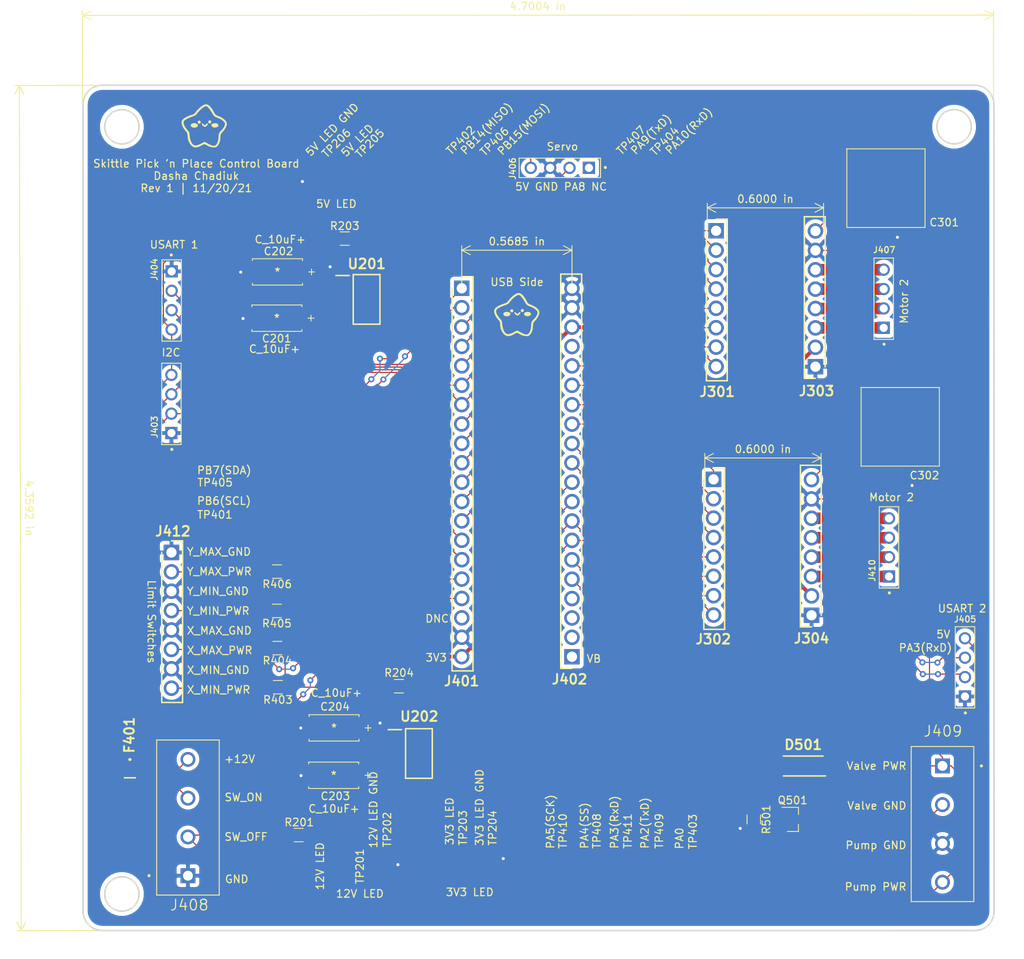
<source format=kicad_pcb>
(kicad_pcb (version 20171130) (host pcbnew 5.1.5+dfsg1-2build2)
  (layers (0 F.Cu signal) (31 B.Cu signal) (34 B.Paste user) (35 F.Paste user) (36 B.SilkS user) (37 F.SilkS user) (38 B.Mask user) (39 F.Mask user) (44 Edge.Cuts user))
  (net 0 "")
  (net 1 PWR_SW_OFF)
  (net 2 GND)
  (net 3 +5V)
  (net 4 VALVE_CONTROL)
  (net 5 VALVE_GND)
  (net 6 +3V3)
  (net 7 "Net-(R201-Pad2)")
  (net 8 "Net-(R203-Pad2)")
  (net 9 /STM32_and_Connectors/PB8)
  (net 10 /STM32_and_Connectors/PB9)
  (net 11 "/STM32_and_Connectors/(SS)PB12")
  (net 12 "/STM32_and_Connectors/(SCK)PB13")
  (net 13 "/STM32_and_Connectors/(SCL)PB6")
  (net 14 "/STM32_and_Connectors/(MISO)PB14")
  (net 15 /STM32_and_Connectors/PA8)
  (net 16 "/STM32_and_Connectors/(RxD)PA10")
  (net 17 "/STM32_and_Connectors/(SDA)PB7")
  (net 18 "/STM32_and_Connectors/(MOSI)PB15")
  (net 19 "/STM32_and_Connectors/(TxD)PA9")
  (net 20 "/STM32_and_Connectors/PA4(SS)")
  (net 21 "/STM32_and_Connectors/PA2(TxD)")
  (net 22 "/STM32_and_Connectors/PA5(SCK)")
  (net 23 "/STM32_and_Connectors/PA3(RxD)")
  (net 24 "Net-(R204-Pad2)")
  (net 25 MOTOR1_STEP)
  (net 26 MOTOR1_DIR)
  (net 27 MOTOR1_~EN)
  (net 28 MOTOR1_MS1)
  (net 29 MOTOR1_MS2)
  (net 30 MOTOR1_MS3)
  (net 31 /STM32_and_Connectors/RESET)
  (net 32 MOTOR2_MS3)
  (net 33 MOTOR2_MS2)
  (net 34 MOTOR2_MS1)
  (net 35 MOTOR2_~EN)
  (net 36 MOTOR2_DIR)
  (net 37 MOTOR2_STEP)
  (net 38 "/STM32_and_Connectors/PA0(PWM)")
  (net 39 "/STM32_and_Connectors/PC15(OSC32_OUT)")
  (net 40 "/STM32_and_Connectors/PC14(OSC32_IN)")
  (net 41 /STM32_and_Connectors/PC13_LED)
  (net 42 +BATT)
  (net 43 "Net-(J406-Pad1)")
  (net 44 MOTOR1_1B)
  (net 45 MOTOR1_1A)
  (net 46 MOTOR1_2A)
  (net 47 MOTOR1_2B)
  (net 48 "Net-(F401-Pad1)")
  (net 49 PWR_IN)
  (net 50 MOTOR2_2B)
  (net 51 MOTOR2_2A)
  (net 52 MOTOR2_1A)
  (net 53 MOTOR2_1B)
  (net 54 "/Motor Drivers/MOTOR1_~RESET")
  (net 55 "/Motor Drivers/MOTOR2_~RESET")
  (net 56 "Net-(J401-Pad18)")
  (module footprints:star (layer F.Cu) (at 84.77504 72.09536)
    (fp_text reference G*** hide)
    (fp_text value LOGO hide)
  )
  (module footprints:star (layer F.Cu) (at 43.82008 47.37608)
    (fp_text reference G*** hide)
    (fp_text value LOGO hide)
  )
  (module footprints:Test_Point_SMD (layer F.Cu) (at 40.19984 95.24212 180)
    (fp_text reference TP405 (at -5.05016 -0.88788) (layer F.SilkS))
    (fp_text value PB7)
    (pad 1 smd rect (at 0 0 180) (size 4.5 3) (layers F.Cu F.Paste F.Mask) (net 17 "/STM32_and_Connectors/(SDA)PB7"))
  )
  (module footprints:Test_Point_SMD (layer F.Cu) (at 40.13174 99.43602 180)
    (fp_text reference TP401 (at -5.08826 -0.90398) (layer F.SilkS))
    (fp_text value PB6)
    (pad 1 smd rect (at 0 0 180) (size 4.5 3) (layers F.Cu F.Paste F.Mask) (net 13 "/STM32_and_Connectors/(SCL)PB6"))
  )
  (module skittle_pnp:RHDR8W80P0X254_1X8_2082X254X850P (layer F.Cu) (at 110.89132 63.1444 270)
    (fp_text reference J301 (at 21.0947 -0.1397 180) (layer F.SilkS) (effects (font (size 1.27 1.27) (thickness 0.254))))
    (fp_text value "MOTOR 1 DRIVER LEFT" hide)
    (pad 8 thru_hole circle (at 17.78 0 270) (size 2.025 2.025) (drill 1.35) (layers *.Cu *.Mask) (net 26 MOTOR1_DIR))
    (pad 7 thru_hole circle (at 15.24 0 270) (size 2.025 2.025) (drill 1.35) (layers *.Cu *.Mask) (net 25 MOTOR1_STEP))
    (pad 6 thru_hole circle (at 12.7 0 270) (size 2.025 2.025) (drill 1.35) (layers *.Cu *.Mask) (net 54 "/Motor Drivers/MOTOR1_~RESET"))
    (pad 5 thru_hole circle (at 10.16 0 270) (size 2.025 2.025) (drill 1.35) (layers *.Cu *.Mask) (net 54 "/Motor Drivers/MOTOR1_~RESET"))
    (pad 4 thru_hole circle (at 7.62 0 270) (size 2.025 2.025) (drill 1.35) (layers *.Cu *.Mask) (net 30 MOTOR1_MS3))
    (pad 3 thru_hole circle (at 5.08 0 270) (size 2.025 2.025) (drill 1.35) (layers *.Cu *.Mask) (net 29 MOTOR1_MS2))
    (pad 2 thru_hole circle (at 2.54 0 270) (size 2.025 2.025) (drill 1.35) (layers *.Cu *.Mask) (net 28 MOTOR1_MS1))
    (pad 1 thru_hole rect (at 0 0 270) (size 2.025 2.025) (drill 1.35) (layers *.Cu *.Mask) (net 27 MOTOR1_~EN))
  )
  (module skittle_pnp:T491C105K050AT (layer F.Cu) (at 53.34508 74.59218 180)
    (fp_text reference C201 (at 0.017806 -2.670998) (layer F.SilkS))
    (fp_text value C_10uF+ (at 0.309906 -4.042598) (layer F.SilkS))
    (fp_text user * (at 0 0) (layer F.SilkS))
    (pad 2 smd rect (at 2.022196 0 270) (size 2.299995 2.560396) (layers F.Cu F.Paste F.Mask) (net 2 GND))
    (pad 1 smd rect (at -2.022196 0 270) (size 2.299995 2.560396) (layers F.Cu F.Paste F.Mask) (net 1 PWR_SW_OFF))
  )
  (module skittle_pnp:T491C105K050AT (layer F.Cu) (at 53.42128 68.53428 180)
    (fp_text reference C202 (at -0.1397 2.7051) (layer F.SilkS))
    (fp_text value C_10uF+ (at -0.3556 4.2545) (layer F.SilkS))
    (fp_text user * (at 0 0) (layer F.SilkS))
    (pad 1 smd rect (at -2.022196 0 270) (size 2.299995 2.560396) (layers F.Cu F.Paste F.Mask) (net 3 +5V))
    (pad 2 smd rect (at 2.022196 0 270) (size 2.299995 2.560396) (layers F.Cu F.Paste F.Mask) (net 2 GND))
  )
  (module skittle_pnp:T491C105K050AT (layer F.Cu) (at 60.79236 134.48538 180)
    (fp_text reference C203 (at -0.2159 -2.7305) (layer F.SilkS))
    (fp_text value C_10uF+ (at -0.0254 -4.3815) (layer F.SilkS))
    (fp_text user * (at 0 0) (layer F.SilkS))
    (pad 2 smd rect (at 2.022196 0 270) (size 2.299995 2.560396) (layers F.Cu F.Paste F.Mask) (net 2 GND))
    (pad 1 smd rect (at -2.022196 0 270) (size 2.299995 2.560396) (layers F.Cu F.Paste F.Mask) (net 1 PWR_SW_OFF))
  )
  (module skittle_pnp:T491C105K050AT (layer F.Cu) (at 60.83046 128.27508 180)
    (fp_text reference C204 (at -0.127 2.7813) (layer F.SilkS))
    (fp_text value C_10uF+ (at -0.3175 4.5847) (layer F.SilkS))
    (fp_text user * (at 0 0) (layer F.SilkS))
    (pad 1 smd rect (at -2.022196 0 270) (size 2.299995 2.560396) (layers F.Cu F.Paste F.Mask) (net 6 +3V3))
    (pad 2 smd rect (at 2.022196 0 270) (size 2.299995 2.560396) (layers F.Cu F.Paste F.Mask) (net 2 GND))
  )
  (module footprints:C_100uF+ (layer F.Cu) (at 133.16712 61.4045 180)
    (fp_text reference C301 (at -7.62 -0.6477) (layer F.SilkS))
    (fp_text value C_100uF+)
    (pad 2 smd rect (at 0 7.7 180) (size 1.1 3.2) (layers F.Cu F.Paste F.Mask) (net 1 PWR_SW_OFF))
    (pad 1 smd rect (at 0 0 180) (size 1.1 3.2) (layers F.Cu F.Paste F.Mask) (net 2 GND))
  )
  (module footprints:C_100uF+ (layer F.Cu) (at 135.04164 92.67698 180)
    (fp_text reference C302 (at -3.15 -2.525) (layer F.SilkS))
    (fp_text value C_100uF+)
    (pad 1 smd rect (at 0 0 180) (size 1.1 3.2) (layers F.Cu F.Paste F.Mask) (net 2 GND))
    (pad 2 smd rect (at 0 7.7 180) (size 1.1 3.2) (layers F.Cu F.Paste F.Mask) (net 1 PWR_SW_OFF))
  )
  (module skittle_pnp:RHDR20W80P0X254_1X20_5130X254X880P (layer F.Cu) (at 77.56906 70.67804 270)
    (fp_text reference J401 (at 51.4731 0.0254) (layer F.SilkS) (effects (font (size 1.27 1.27) (thickness 0.254))))
    (fp_text value Conn_01x20 hide)
    (pad 1 thru_hole rect (at 0 0 270) (size 2.025 2.025) (drill 1.35) (layers *.Cu *.Mask) (net 11 "/STM32_and_Connectors/(SS)PB12"))
    (pad 2 thru_hole circle (at 2.54 0 270) (size 2.025 2.025) (drill 1.35) (layers *.Cu *.Mask) (net 12 "/STM32_and_Connectors/(SCK)PB13"))
    (pad 3 thru_hole circle (at 5.08 0 270) (size 2.025 2.025) (drill 1.35) (layers *.Cu *.Mask) (net 14 "/STM32_and_Connectors/(MISO)PB14"))
    (pad 4 thru_hole circle (at 7.62 0 270) (size 2.025 2.025) (drill 1.35) (layers *.Cu *.Mask) (net 18 "/STM32_and_Connectors/(MOSI)PB15"))
    (pad 5 thru_hole circle (at 10.16 0 270) (size 2.025 2.025) (drill 1.35) (layers *.Cu *.Mask) (net 15 /STM32_and_Connectors/PA8))
    (pad 6 thru_hole circle (at 12.7 0 270) (size 2.025 2.025) (drill 1.35) (layers *.Cu *.Mask) (net 19 "/STM32_and_Connectors/(TxD)PA9"))
    (pad 7 thru_hole circle (at 15.24 0 270) (size 2.025 2.025) (drill 1.35) (layers *.Cu *.Mask) (net 16 "/STM32_and_Connectors/(RxD)PA10"))
    (pad 8 thru_hole circle (at 17.78 0 270) (size 2.025 2.025) (drill 1.35) (layers *.Cu *.Mask) (net 27 MOTOR1_~EN))
    (pad 9 thru_hole circle (at 20.32 0 270) (size 2.025 2.025) (drill 1.35) (layers *.Cu *.Mask) (net 28 MOTOR1_MS1))
    (pad 10 thru_hole circle (at 22.86 0 270) (size 2.025 2.025) (drill 1.35) (layers *.Cu *.Mask) (net 29 MOTOR1_MS2))
    (pad 11 thru_hole circle (at 25.4 0 270) (size 2.025 2.025) (drill 1.35) (layers *.Cu *.Mask) (net 30 MOTOR1_MS3))
    (pad 12 thru_hole circle (at 27.94 0 270) (size 2.025 2.025) (drill 1.35) (layers *.Cu *.Mask) (net 25 MOTOR1_STEP))
    (pad 13 thru_hole circle (at 30.48 0 270) (size 2.025 2.025) (drill 1.35) (layers *.Cu *.Mask) (net 26 MOTOR1_DIR))
    (pad 14 thru_hole circle (at 33.02 0 270) (size 2.025 2.025) (drill 1.35) (layers *.Cu *.Mask) (net 13 "/STM32_and_Connectors/(SCL)PB6"))
    (pad 15 thru_hole circle (at 35.56 0 270) (size 2.025 2.025) (drill 1.35) (layers *.Cu *.Mask) (net 17 "/STM32_and_Connectors/(SDA)PB7"))
    (pad 16 thru_hole circle (at 38.1 0 270) (size 2.025 2.025) (drill 1.35) (layers *.Cu *.Mask) (net 9 /STM32_and_Connectors/PB8))
    (pad 17 thru_hole circle (at 40.64 0 270) (size 2.025 2.025) (drill 1.35) (layers *.Cu *.Mask) (net 10 /STM32_and_Connectors/PB9))
    (pad 18 thru_hole circle (at 43.18 0 270) (size 2.025 2.025) (drill 1.35) (layers *.Cu *.Mask) (net 56 "Net-(J401-Pad18)"))
    (pad 19 thru_hole circle (at 45.72 0 270) (size 2.025 2.025) (drill 1.35) (layers *.Cu *.Mask) (net 2 GND))
    (pad 20 thru_hole circle (at 48.26 0 270) (size 2.025 2.025) (drill 1.35) (layers *.Cu *.Mask) (net 6 +3V3))
  )
  (module skittle_pnp:RHDR20W80P0X254_1X20_5130X254X880P (layer F.Cu) (at 92.00896 118.95074 90)
    (fp_text reference J402 (at -2.9591 -0.3175 180) (layer F.SilkS) (effects (font (size 1.27 1.27) (thickness 0.254))))
    (fp_text value Conn_01x20 hide)
    (pad 20 thru_hole circle (at 48.26 0 90) (size 2.025 2.025) (drill 1.35) (layers *.Cu *.Mask) (net 2 GND))
    (pad 19 thru_hole circle (at 45.72 0 90) (size 2.025 2.025) (drill 1.35) (layers *.Cu *.Mask) (net 2 GND))
    (pad 18 thru_hole circle (at 43.18 0 90) (size 2.025 2.025) (drill 1.35) (layers *.Cu *.Mask) (net 6 +3V3))
    (pad 17 thru_hole circle (at 40.64 0 90) (size 2.025 2.025) (drill 1.35) (layers *.Cu *.Mask) (net 31 /STM32_and_Connectors/RESET))
    (pad 16 thru_hole circle (at 38.1 0 90) (size 2.025 2.025) (drill 1.35) (layers *.Cu *.Mask) (net 35 MOTOR2_~EN))
    (pad 15 thru_hole circle (at 35.56 0 90) (size 2.025 2.025) (drill 1.35) (layers *.Cu *.Mask) (net 34 MOTOR2_MS1))
    (pad 14 thru_hole circle (at 33.02 0 90) (size 2.025 2.025) (drill 1.35) (layers *.Cu *.Mask) (net 33 MOTOR2_MS2))
    (pad 13 thru_hole circle (at 30.48 0 90) (size 2.025 2.025) (drill 1.35) (layers *.Cu *.Mask) (net 32 MOTOR2_MS3))
    (pad 12 thru_hole circle (at 27.94 0 90) (size 2.025 2.025) (drill 1.35) (layers *.Cu *.Mask) (net 37 MOTOR2_STEP))
    (pad 11 thru_hole circle (at 25.4 0 90) (size 2.025 2.025) (drill 1.35) (layers *.Cu *.Mask) (net 36 MOTOR2_DIR))
    (pad 10 thru_hole circle (at 22.86 0 90) (size 2.025 2.025) (drill 1.35) (layers *.Cu *.Mask) (net 22 "/STM32_and_Connectors/PA5(SCK)"))
    (pad 9 thru_hole circle (at 20.32 0 90) (size 2.025 2.025) (drill 1.35) (layers *.Cu *.Mask) (net 20 "/STM32_and_Connectors/PA4(SS)"))
    (pad 8 thru_hole circle (at 17.78 0 90) (size 2.025 2.025) (drill 1.35) (layers *.Cu *.Mask) (net 23 "/STM32_and_Connectors/PA3(RxD)"))
    (pad 7 thru_hole circle (at 15.24 0 90) (size 2.025 2.025) (drill 1.35) (layers *.Cu *.Mask) (net 21 "/STM32_and_Connectors/PA2(TxD)"))
    (pad 6 thru_hole circle (at 12.7 0 90) (size 2.025 2.025) (drill 1.35) (layers *.Cu *.Mask) (net 4 VALVE_CONTROL))
    (pad 5 thru_hole circle (at 10.16 0 90) (size 2.025 2.025) (drill 1.35) (layers *.Cu *.Mask) (net 38 "/STM32_and_Connectors/PA0(PWM)"))
    (pad 4 thru_hole circle (at 7.62 0 90) (size 2.025 2.025) (drill 1.35) (layers *.Cu *.Mask) (net 39 "/STM32_and_Connectors/PC15(OSC32_OUT)"))
    (pad 3 thru_hole circle (at 5.08 0 90) (size 2.025 2.025) (drill 1.35) (layers *.Cu *.Mask) (net 40 "/STM32_and_Connectors/PC14(OSC32_IN)"))
    (pad 2 thru_hole circle (at 2.54 0 90) (size 2.025 2.025) (drill 1.35) (layers *.Cu *.Mask) (net 41 /STM32_and_Connectors/PC13_LED))
    (pad 1 thru_hole rect (at 0 0 90) (size 2.025 2.025) (drill 1.35) (layers *.Cu *.Mask) (net 42 +BATT))
  )
  (module skittle_pnp:SULLINS_PPTC041LFBN-RC (layer F.Cu) (at 39.52748 85.8309 90)
    (fp_text reference J403 (at -3.02 -2.208 90) (layer F.SilkS) (effects (font (size 0.8 0.8))))
    (fp_text value I2C)
    (pad 1 thru_hole rect (at -3.81 0 90) (size 1.605 1.605) (drill 1.07) (layers *.Cu *.Mask) (net 2 GND))
    (pad 2 thru_hole circle (at -1.27 0 90) (size 1.605 1.605) (drill 1.07) (layers *.Cu *.Mask) (net 17 "/STM32_and_Connectors/(SDA)PB7"))
    (pad 3 thru_hole circle (at 1.27 0 90) (size 1.605 1.605) (drill 1.07) (layers *.Cu *.Mask) (net 13 "/STM32_and_Connectors/(SCL)PB6"))
    (pad 4 thru_hole circle (at 3.81 0 90) (size 1.605 1.605) (drill 1.07) (layers *.Cu *.Mask) (net 3 +5V))
  )
  (module skittle_pnp:SULLINS_PPTC041LFBN-RC (layer F.Cu) (at 39.5573 72.27416 270)
    (fp_text reference J404 (at -4.05484 2.25994 90) (layer F.SilkS) (effects (font (size 0.8 0.8))))
    (fp_text value "USART 1")
    (pad 4 thru_hole circle (at 3.81 0 270) (size 1.605 1.605) (drill 1.07) (layers *.Cu *.Mask) (net 3 +5V))
    (pad 3 thru_hole circle (at 1.27 0 270) (size 1.605 1.605) (drill 1.07) (layers *.Cu *.Mask) (net 16 "/STM32_and_Connectors/(RxD)PA10"))
    (pad 2 thru_hole circle (at -1.27 0 270) (size 1.605 1.605) (drill 1.07) (layers *.Cu *.Mask) (net 19 "/STM32_and_Connectors/(TxD)PA9"))
    (pad 1 thru_hole rect (at -3.81 0 270) (size 1.605 1.605) (drill 1.07) (layers *.Cu *.Mask) (net 2 GND))
  )
  (module skittle_pnp:SULLINS_PPTC041LFBN-RC (layer F.Cu) (at 143.5 120.35 90)
    (fp_text reference J405 (at 6.30908 0.01508 180) (layer F.SilkS) (effects (font (size 0.8 0.8))))
    (fp_text value "USART 2")
    (pad 4 thru_hole circle (at 3.81 0 90) (size 1.605 1.605) (drill 1.07) (layers *.Cu *.Mask) (net 3 +5V))
    (pad 3 thru_hole circle (at 1.27 0 90) (size 1.605 1.605) (drill 1.07) (layers *.Cu *.Mask) (net 23 "/STM32_and_Connectors/PA3(RxD)"))
    (pad 2 thru_hole circle (at -1.27 0 90) (size 1.605 1.605) (drill 1.07) (layers *.Cu *.Mask) (net 21 "/STM32_and_Connectors/PA2(TxD)"))
    (pad 1 thru_hole rect (at -3.81 0 90) (size 1.605 1.605) (drill 1.07) (layers *.Cu *.Mask) (net 2 GND))
  )
  (module skittle_pnp:SULLINS_PPTC041LFBN-RC (layer F.Cu) (at 90.42 54.9 180)
    (fp_text reference J406 (at 6.17836 -0.1037 90) (layer F.SilkS) (effects (font (size 0.8 0.8))))
    (fp_text value SERVO)
    (pad 1 thru_hole rect (at -3.81 0 180) (size 1.605 1.605) (drill 1.07) (layers *.Cu *.Mask) (net 43 "Net-(J406-Pad1)"))
    (pad 2 thru_hole circle (at -1.27 0 180) (size 1.605 1.605) (drill 1.07) (layers *.Cu *.Mask) (net 15 /STM32_and_Connectors/PA8))
    (pad 3 thru_hole circle (at 1.27 0 180) (size 1.605 1.605) (drill 1.07) (layers *.Cu *.Mask) (net 2 GND))
    (pad 4 thru_hole circle (at 3.81 0 180) (size 1.605 1.605) (drill 1.07) (layers *.Cu *.Mask) (net 3 +5V))
  )
  (module skittle_pnp:SULLINS_PPTC041LFBN-RC (layer F.Cu) (at 132.84962 72.0471 90)
    (fp_text reference J407 (at 6.4008 0.0635 180) (layer F.SilkS) (effects (font (size 0.8 0.8))))
    (fp_text value "MOTOR 1")
    (pad 1 thru_hole rect (at -3.81 0 90) (size 1.605 1.605) (drill 1.07) (layers *.Cu *.Mask) (net 44 MOTOR1_1B))
    (pad 2 thru_hole circle (at -1.27 0 90) (size 1.605 1.605) (drill 1.07) (layers *.Cu *.Mask) (net 45 MOTOR1_1A))
    (pad 3 thru_hole circle (at 1.27 0 90) (size 1.605 1.605) (drill 1.07) (layers *.Cu *.Mask) (net 46 MOTOR1_2A))
    (pad 4 thru_hole circle (at 3.81 0 90) (size 1.605 1.605) (drill 1.07) (layers *.Cu *.Mask) (net 47 MOTOR1_2B))
  )
  (module skittle_pnp:CUI_TB006-508-04BE (layer F.Cu) (at 41.6941 147.64004 90)
    (fp_text reference J408 (at -3.8481 0.1778 180) (layer F.SilkS) (effects (font (size 1.4 1.4))))
    (fp_text value POWER)
    (pad 4 thru_hole circle (at 15.24 0 90) (size 1.95 1.95) (drill 1.3) (layers *.Cu *.Mask) (net 48 "Net-(F401-Pad1)"))
    (pad 3 thru_hole circle (at 10.16 0 90) (size 1.95 1.95) (drill 1.3) (layers *.Cu *.Mask) (net 49 PWR_IN))
    (pad 2 thru_hole circle (at 5.08 0 90) (size 1.95 1.95) (drill 1.3) (layers *.Cu *.Mask) (net 1 PWR_SW_OFF))
    (pad 1 thru_hole rect (at 0 0 90) (size 1.95 1.95) (drill 1.3) (layers *.Cu *.Mask) (net 2 GND))
  )
  (module skittle_pnp:CUI_TB006-508-04BE (layer F.Cu) (at 140.55344 133.25348 270)
    (fp_text reference J409 (at -4.5466 -0.0635 180) (layer F.SilkS) (effects (font (size 1.4 1.4))))
    (fp_text value "SKITTLE PICKUP")
    (pad 1 thru_hole rect (at 0 0 270) (size 1.95 1.95) (drill 1.3) (layers *.Cu *.Mask) (net 1 PWR_SW_OFF))
    (pad 2 thru_hole circle (at 5.08 0 270) (size 1.95 1.95) (drill 1.3) (layers *.Cu *.Mask) (net 5 VALVE_GND))
    (pad 3 thru_hole circle (at 10.16 0 270) (size 1.95 1.95) (drill 1.3) (layers *.Cu *.Mask) (net 2 GND))
    (pad 4 thru_hole circle (at 15.24 0 270) (size 1.95 1.95) (drill 1.3) (layers *.Cu *.Mask) (net 1 PWR_SW_OFF))
  )
  (module skittle_pnp:SULLINS_PPTC041LFBN-RC (layer F.Cu) (at 133.54304 104.62768 90)
    (fp_text reference J410 (at -3.02 -2.208 90) (layer F.SilkS) (effects (font (size 0.8 0.8))))
    (fp_text value "MOTOR 2")
    (pad 4 thru_hole circle (at 3.81 0 90) (size 1.605 1.605) (drill 1.07) (layers *.Cu *.Mask) (net 50 MOTOR2_2B))
    (pad 3 thru_hole circle (at 1.27 0 90) (size 1.605 1.605) (drill 1.07) (layers *.Cu *.Mask) (net 51 MOTOR2_2A))
    (pad 2 thru_hole circle (at -1.27 0 90) (size 1.605 1.605) (drill 1.07) (layers *.Cu *.Mask) (net 52 MOTOR2_1A))
    (pad 1 thru_hole rect (at -3.81 0 90) (size 1.605 1.605) (drill 1.07) (layers *.Cu *.Mask) (net 53 MOTOR2_1B))
  )
  (module skittle_pnp:RHDR8W80P0X254_1X8_2082X254X850P (layer F.Cu) (at 39.53256 105.29062 270)
    (fp_text reference J412 (at -2.76606 -0.18288 180) (layer F.SilkS) (effects (font (size 1.27 1.27) (thickness 0.254))))
    (fp_text value "LIMIT SWITCHES" hide)
    (pad 1 thru_hole rect (at 0 0 270) (size 2.025 2.025) (drill 1.35) (layers *.Cu *.Mask) (net 2 GND))
    (pad 2 thru_hole circle (at 2.54 0 270) (size 2.025 2.025) (drill 1.35) (layers *.Cu *.Mask) (net 11 "/STM32_and_Connectors/(SS)PB12"))
    (pad 3 thru_hole circle (at 5.08 0 270) (size 2.025 2.025) (drill 1.35) (layers *.Cu *.Mask) (net 2 GND))
    (pad 4 thru_hole circle (at 7.62 0 270) (size 2.025 2.025) (drill 1.35) (layers *.Cu *.Mask) (net 12 "/STM32_and_Connectors/(SCK)PB13"))
    (pad 5 thru_hole circle (at 10.16 0 270) (size 2.025 2.025) (drill 1.35) (layers *.Cu *.Mask) (net 2 GND))
    (pad 6 thru_hole circle (at 12.7 0 270) (size 2.025 2.025) (drill 1.35) (layers *.Cu *.Mask) (net 9 /STM32_and_Connectors/PB8))
    (pad 7 thru_hole circle (at 15.24 0 270) (size 2.025 2.025) (drill 1.35) (layers *.Cu *.Mask) (net 2 GND))
    (pad 8 thru_hole circle (at 17.78 0 270) (size 2.025 2.025) (drill 1.35) (layers *.Cu *.Mask) (net 10 /STM32_and_Connectors/PB9))
  )
  (module footprints:SOT-23F (layer F.Cu) (at 120.91924 140.26388)
    (fp_text reference Q501 (at 0 -2.5) (layer F.SilkS))
    (fp_text value SSM3K333R hide)
    (pad 1 smd rect (at -1.05 -0.95) (size 0.9 0.8) (layers F.Cu F.Paste F.Mask) (net 4 VALVE_CONTROL))
    (pad 2 smd rect (at -1.05 0.95) (size 0.9 0.8) (layers F.Cu F.Paste F.Mask) (net 2 GND))
    (pad 3 smd rect (at 1.05 0) (size 0.9 0.8) (layers F.Cu F.Paste F.Mask) (net 5 VALVE_GND))
  )
  (module footprints:R_0805_OEM (layer F.Cu) (at 62.23508 64.16548)
    (fp_text reference R203 (at 0 -1.65) (layer F.SilkS))
    (fp_text value R_200 hide)
    (pad 2 smd rect (at 0.95 0) (size 0.7 1.3) (layers F.Cu F.Paste F.Mask) (net 8 "Net-(R203-Pad2)"))
    (pad 1 smd rect (at -0.95 0) (size 0.7 1.3) (layers F.Cu F.Paste F.Mask) (net 3 +5V))
  )
  (module footprints:R_0805_OEM (layer F.Cu) (at 69.33946 122.81408)
    (fp_text reference R204 (at 0.0127 -1.7526) (layer F.SilkS))
    (fp_text value R_200 hide)
    (pad 1 smd rect (at -0.95 0) (size 0.7 1.3) (layers F.Cu F.Paste F.Mask) (net 6 +3V3))
    (pad 2 smd rect (at 0.95 0) (size 0.7 1.3) (layers F.Cu F.Paste F.Mask) (net 24 "Net-(R204-Pad2)"))
  )
  (module footprints:R_0805_OEM (layer F.Cu) (at 53.4797 122.94362 180)
    (fp_text reference R403 (at 0 -1.65) (layer F.SilkS))
    (fp_text value R_10K hide)
    (pad 1 smd rect (at -0.95 0 180) (size 0.7 1.3) (layers F.Cu F.Paste F.Mask) (net 6 +3V3))
    (pad 2 smd rect (at 0.95 0 180) (size 0.7 1.3) (layers F.Cu F.Paste F.Mask) (net 10 /STM32_and_Connectors/PB9))
  )
  (module footprints:R_0805_OEM (layer F.Cu) (at 53.4162 117.81282 180)
    (fp_text reference R404 (at 0 -1.65) (layer F.SilkS))
    (fp_text value R_10K hide)
    (pad 2 smd rect (at 0.95 0 180) (size 0.7 1.3) (layers F.Cu F.Paste F.Mask) (net 9 /STM32_and_Connectors/PB8))
    (pad 1 smd rect (at -0.95 0 180) (size 0.7 1.3) (layers F.Cu F.Paste F.Mask) (net 6 +3V3))
  )
  (module footprints:R_0805_OEM (layer F.Cu) (at 53.34 112.94872 180)
    (fp_text reference R405 (at 0 -1.65) (layer F.SilkS))
    (fp_text value R_10K hide)
    (pad 1 smd rect (at -0.95 0 180) (size 0.7 1.3) (layers F.Cu F.Paste F.Mask) (net 6 +3V3))
    (pad 2 smd rect (at 0.95 0 180) (size 0.7 1.3) (layers F.Cu F.Paste F.Mask) (net 12 "/STM32_and_Connectors/(SCK)PB13"))
  )
  (module footprints:R_0805_OEM (layer F.Cu) (at 53.3781 107.79252 180)
    (fp_text reference R406 (at 0 -1.65) (layer F.SilkS))
    (fp_text value R_10K hide)
    (pad 2 smd rect (at 0.95 0 180) (size 0.7 1.3) (layers F.Cu F.Paste F.Mask) (net 11 "/STM32_and_Connectors/(SS)PB12"))
    (pad 1 smd rect (at -0.95 0 180) (size 0.7 1.3) (layers F.Cu F.Paste F.Mask) (net 6 +3V3))
  )
  (module footprints:R_0805_OEM (layer F.Cu) (at 115.82654 140.26388 270)
    (fp_text reference R501 (at 0 -1.65 90) (layer F.SilkS))
    (fp_text value R_10K hide)
    (pad 1 smd rect (at -0.95 0 270) (size 0.7 1.3) (layers F.Cu F.Paste F.Mask) (net 4 VALVE_CONTROL))
    (pad 2 smd rect (at 0.95 0 270) (size 0.7 1.3) (layers F.Cu F.Paste F.Mask) (net 2 GND))
  )
  (module footprints:Test_Point_SMD (layer F.Cu) (at 77.28712 55.7657 90)
    (fp_text reference TP402 (at 4.47802 0.1524 45) (layer F.SilkS))
    (fp_text value PB14)
    (pad 1 smd rect (at 0 0 90) (size 4.5 3) (layers F.Cu F.Paste F.Mask) (net 14 "/STM32_and_Connectors/(MISO)PB14"))
  )
  (module footprints:Test_Point_SMD (layer F.Cu) (at 108.023 146.97 90)
    (fp_text reference TP403 (at 5.1 -0.173 90) (layer F.SilkS))
    (fp_text value PA0)
    (pad 1 smd rect (at 0 -1.143 90) (size 4.5 3) (layers F.Cu F.Paste F.Mask) (net 38 "/STM32_and_Connectors/PA0(PWM)"))
  )
  (module footprints:Test_Point_SMD (layer F.Cu) (at 103.70752 55.7657 90)
    (fp_text reference TP404 (at 4.36118 0.4528 45) (layer F.SilkS))
    (fp_text value PA10)
    (pad 1 smd rect (at 0 0 90) (size 4.5 3) (layers F.Cu F.Paste F.Mask) (net 16 "/STM32_and_Connectors/(RxD)PA10"))
  )
  (module footprints:Test_Point_SMD (layer F.Cu) (at 82.35442 55.7657 90)
    (fp_text reference TP406 (at 4.32054 -0.49022 45) (layer F.SilkS))
    (fp_text value PB15)
    (pad 1 smd rect (at 0 -0.7747 90) (size 4.5 3) (layers F.Cu F.Paste F.Mask) (net 18 "/STM32_and_Connectors/(MOSI)PB15"))
  )
  (module footprints:Test_Point_SMD (layer F.Cu) (at 99.92292 55.7657 90)
    (fp_text reference TP407 (at 4.47294 -0.17204 45) (layer F.SilkS))
    (fp_text value PA9)
    (pad 1 smd rect (at 0 -0.508 90) (size 4.5 3) (layers F.Cu F.Paste F.Mask) (net 19 "/STM32_and_Connectors/(TxD)PA9"))
  )
  (module footprints:Test_Point_SMD (layer F.Cu) (at 94.12404 146.971438 270)
    (fp_text reference TP408 (at -5.178212 -1.143 270) (layer F.SilkS))
    (fp_text value PA4)
    (pad 1 smd rect (at 0 -0.105834 270) (size 4.5 3) (layers F.Cu F.Paste F.Mask) (net 20 "/STM32_and_Connectors/PA4(SS)"))
  )
  (module footprints:Test_Point_SMD (layer F.Cu) (at 102.50154 146.971438 270)
    (fp_text reference TP409 (at -5.178212 -0.93726 270) (layer F.SilkS))
    (fp_text value PA2)
    (pad 1 smd rect (at 0 0 270) (size 4.5 3) (layers F.Cu F.Paste F.Mask) (net 21 "/STM32_and_Connectors/PA2(TxD)"))
  )
  (module footprints:Test_Point_SMD (layer F.Cu) (at 90.15174 146.971438 270)
    (fp_text reference TP410 (at -5.178212 -0.66294 270) (layer F.SilkS))
    (fp_text value PA5)
    (pad 1 smd rect (at 0 0 270) (size 4.5 3) (layers F.Cu F.Paste F.Mask) (net 22 "/STM32_and_Connectors/PA5(SCK)"))
  )
  (module footprints:Test_Point_SMD (layer F.Cu) (at 98.31224 146.971438 270)
    (fp_text reference TP411 (at -5.178212 -1.016 270) (layer F.SilkS))
    (fp_text value PA3)
    (pad 1 smd rect (at 0 -0.033868 270) (size 4.5 3) (layers F.Cu F.Paste F.Mask) (net 23 "/STM32_and_Connectors/PA3(RxD)"))
  )
  (module skittle_pnp:SOT230P700X180-4N (layer F.Cu) (at 65.099981 72.133081)
    (fp_text reference U201 (at 0.017999 -4.652901) (layer F.SilkS) (effects (font (size 1.27 1.27) (thickness 0.254))))
    (fp_text value LM1117-5.0 hide)
    (pad 1 smd rect (at -3.15 -2.3 90) (size 0.95 1.75) (layers F.Cu F.Paste F.Mask) (net 2 GND))
    (pad 2 smd rect (at -3.15 0 90) (size 0.95 1.75) (layers F.Cu F.Paste F.Mask) (net 3 +5V))
    (pad 3 smd rect (at -3.15 2.3 90) (size 0.95 1.75) (layers F.Cu F.Paste F.Mask) (net 1 PWR_SW_OFF))
    (pad 4 smd rect (at 3.15 0) (size 1.75 3.2) (layers F.Cu F.Paste F.Mask))
  )
  (module skittle_pnp:SOT230P700X180-4N (layer F.Cu) (at 71.95566 131.62788)
    (fp_text reference U202 (at 0.0381 -4.8514) (layer F.SilkS) (effects (font (size 1.27 1.27) (thickness 0.254))))
    (fp_text value LM1117-3.3 hide)
    (pad 4 smd rect (at 3.15 0) (size 1.75 3.2) (layers F.Cu F.Paste F.Mask))
    (pad 3 smd rect (at -3.15 2.3 90) (size 0.95 1.75) (layers F.Cu F.Paste F.Mask) (net 1 PWR_SW_OFF))
    (pad 2 smd rect (at -3.15 0 90) (size 0.95 1.75) (layers F.Cu F.Paste F.Mask) (net 6 +3V3))
    (pad 1 smd rect (at -3.15 -2.3 90) (size 0.95 1.75) (layers F.Cu F.Paste F.Mask) (net 2 GND))
  )
  (module skittle_pnp:RHDR8W80P0X254_1X8_2082X254X850P (layer F.Cu) (at 110.55604 95.71228 270)
    (fp_text reference J302 (at 20.9423 0.0381 180) (layer F.SilkS) (effects (font (size 1.27 1.27) (thickness 0.254))))
    (fp_text value "MOTOR 2 DRIVER LEFT" hide)
    (pad 1 thru_hole rect (at 0 0 270) (size 2.025 2.025) (drill 1.35) (layers *.Cu *.Mask) (net 35 MOTOR2_~EN))
    (pad 2 thru_hole circle (at 2.54 0 270) (size 2.025 2.025) (drill 1.35) (layers *.Cu *.Mask) (net 34 MOTOR2_MS1))
    (pad 3 thru_hole circle (at 5.08 0 270) (size 2.025 2.025) (drill 1.35) (layers *.Cu *.Mask) (net 33 MOTOR2_MS2))
    (pad 4 thru_hole circle (at 7.62 0 270) (size 2.025 2.025) (drill 1.35) (layers *.Cu *.Mask) (net 32 MOTOR2_MS3))
    (pad 5 thru_hole circle (at 10.16 0 270) (size 2.025 2.025) (drill 1.35) (layers *.Cu *.Mask) (net 55 "/Motor Drivers/MOTOR2_~RESET"))
    (pad 6 thru_hole circle (at 12.7 0 270) (size 2.025 2.025) (drill 1.35) (layers *.Cu *.Mask) (net 55 "/Motor Drivers/MOTOR2_~RESET"))
    (pad 7 thru_hole circle (at 15.24 0 270) (size 2.025 2.025) (drill 1.35) (layers *.Cu *.Mask) (net 37 MOTOR2_STEP))
    (pad 8 thru_hole circle (at 17.78 0 270) (size 2.025 2.025) (drill 1.35) (layers *.Cu *.Mask) (net 36 MOTOR2_DIR))
  )
  (module skittle_pnp:RHDR8W80P0X254_1X8_2082X254X850P (layer F.Cu) (at 123.90882 80.9498 90)
    (fp_text reference J303 (at -3.1877 0.1397 180) (layer F.SilkS) (effects (font (size 1.27 1.27) (thickness 0.254))))
    (fp_text value "MOTOR 1 DRIVER RIGHT" hide)
    (pad 1 thru_hole rect (at 0 0 90) (size 2.025 2.025) (drill 1.35) (layers *.Cu *.Mask) (net 2 GND))
    (pad 2 thru_hole circle (at 2.54 0 90) (size 2.025 2.025) (drill 1.35) (layers *.Cu *.Mask) (net 6 +3V3))
    (pad 3 thru_hole circle (at 5.08 0 90) (size 2.025 2.025) (drill 1.35) (layers *.Cu *.Mask) (net 44 MOTOR1_1B))
    (pad 4 thru_hole circle (at 7.62 0 90) (size 2.025 2.025) (drill 1.35) (layers *.Cu *.Mask) (net 45 MOTOR1_1A))
    (pad 5 thru_hole circle (at 10.16 0 90) (size 2.025 2.025) (drill 1.35) (layers *.Cu *.Mask) (net 46 MOTOR1_2A))
    (pad 6 thru_hole circle (at 12.7 0 90) (size 2.025 2.025) (drill 1.35) (layers *.Cu *.Mask) (net 47 MOTOR1_2B))
    (pad 7 thru_hole circle (at 15.24 0 90) (size 2.025 2.025) (drill 1.35) (layers *.Cu *.Mask) (net 2 GND))
    (pad 8 thru_hole circle (at 17.78 0 90) (size 2.025 2.025) (drill 1.35) (layers *.Cu *.Mask) (net 1 PWR_SW_OFF))
  )
  (module skittle_pnp:RHDR8W80P0X254_1X8_2082X254X850P (layer F.Cu) (at 123.39574 113.51768 90)
    (fp_text reference J304 (at -3.0353 0 180) (layer F.SilkS) (effects (font (size 1.27 1.27) (thickness 0.254))))
    (fp_text value "MOTOR 2 DRIVER RIGHT" hide)
    (pad 8 thru_hole circle (at 17.78 0 90) (size 2.025 2.025) (drill 1.35) (layers *.Cu *.Mask) (net 1 PWR_SW_OFF))
    (pad 7 thru_hole circle (at 15.24 0 90) (size 2.025 2.025) (drill 1.35) (layers *.Cu *.Mask) (net 2 GND))
    (pad 6 thru_hole circle (at 12.7 0 90) (size 2.025 2.025) (drill 1.35) (layers *.Cu *.Mask) (net 50 MOTOR2_2B))
    (pad 5 thru_hole circle (at 10.16 0 90) (size 2.025 2.025) (drill 1.35) (layers *.Cu *.Mask) (net 51 MOTOR2_2A))
    (pad 4 thru_hole circle (at 7.62 0 90) (size 2.025 2.025) (drill 1.35) (layers *.Cu *.Mask) (net 52 MOTOR2_1A))
    (pad 3 thru_hole circle (at 5.08 0 90) (size 2.025 2.025) (drill 1.35) (layers *.Cu *.Mask) (net 53 MOTOR2_1B))
    (pad 2 thru_hole circle (at 2.54 0 90) (size 2.025 2.025) (drill 1.35) (layers *.Cu *.Mask) (net 6 +3V3))
    (pad 1 thru_hole rect (at 0 0 90) (size 2.025 2.025) (drill 1.35) (layers *.Cu *.Mask) (net 2 GND))
  )
  (module footprints:R_0805_OEM (layer F.Cu) (at 56.19496 142.3162)
    (fp_text reference R201 (at 0.0762 -1.66878 180) (layer F.SilkS))
    (fp_text value R_1K hide)
    (pad 1 smd rect (at -0.95 0) (size 0.7 1.3) (layers F.Cu F.Paste F.Mask) (net 1 PWR_SW_OFF))
    (pad 2 smd rect (at 0.95 0) (size 0.7 1.3) (layers F.Cu F.Paste F.Mask) (net 7 "Net-(R201-Pad2)"))
  )
  (module skittle_pnp:1206L075SLYR (layer F.Cu) (at 34.0868 134.81304 270)
    (fp_text reference F401 (at -5.59304 0.0668 90) (layer F.SilkS) (effects (font (size 1.27 1.27) (thickness 0.254))))
    (fp_text value F_1.1A_12V hide)
    (pad 1 smd rect (at -1.4 0 270) (size 1 1.8) (layers F.Cu F.Paste F.Mask) (net 48 "Net-(F401-Pad1)"))
    (pad 2 smd rect (at 1.4 0 270) (size 1 1.8) (layers F.Cu F.Paste F.Mask) (net 49 PWR_IN))
  )
  (module skittle_pnp:DIOM5226X240N (layer F.Cu) (at 122.30354 133.26618 180)
    (fp_text reference D501 (at 0 2.7813) (layer F.SilkS) (effects (font (size 1.27 1.27) (thickness 0.254))))
    (fp_text value D_200_1A hide)
    (pad 1 smd rect (at -2.15 0 270) (size 1.55 2.35) (layers F.Cu F.Paste F.Mask) (net 1 PWR_SW_OFF))
    (pad 2 smd rect (at 2.15 0 270) (size 1.55 2.35) (layers F.Cu F.Paste F.Mask) (net 5 VALVE_GND))
  )
  (module footprints:Test_Point_SMD (layer F.Cu) (at 61.62294 146.56318 90)
    (fp_text reference TP201 (at 0.14478 2.60096 90) (layer F.SilkS))
    (fp_text value 12V_LED)
    (pad 1 smd rect (at 0 0 90) (size 4.5 3) (layers F.Cu F.Paste F.Mask) (net 7 "Net-(R201-Pad2)"))
  )
  (module footprints:Test_Point_SMD (layer F.Cu) (at 66.8 146.50222 90)
    (fp_text reference TP202 (at 4.90222 1 270) (layer F.SilkS))
    (fp_text value 12V_LED_GND)
    (pad 1 smd rect (at 0 0 90) (size 4.5 3) (layers F.Cu F.Paste F.Mask) (net 2 GND))
  )
  (module footprints:Test_Point_SMD (layer F.Cu) (at 76.61442 146.29414 90)
    (fp_text reference TP203 (at 4.92252 1.11506 90) (layer F.SilkS))
    (fp_text value 3V3_LED)
    (pad 1 smd rect (at 0 0 90) (size 4.5 3) (layers F.Cu F.Paste F.Mask) (net 24 "Net-(R204-Pad2)"))
  )
  (module footprints:Test_Point_SMD (layer F.Cu) (at 80.56382 146.29414 90)
    (fp_text reference TP204 (at 4.9022 1.04902 90) (layer F.SilkS))
    (fp_text value 3V3_LED_GND)
    (pad 1 smd rect (at 0 0 90) (size 4.5 3) (layers F.Cu F.Paste F.Mask) (net 2 GND))
  )
  (module footprints:Test_Point_SMD (layer F.Cu) (at 63.17488 56.007 90)
    (fp_text reference TP205 (at 4.31292 2.35712 45) (layer F.SilkS))
    (fp_text value 5V_LED)
    (pad 1 smd rect (at 0 0 90) (size 4.5 3) (layers F.Cu F.Paste F.Mask) (net 8 "Net-(R203-Pad2)"))
  )
  (module footprints:Test_Point_SMD (layer F.Cu) (at 58.98134 56.007 90)
    (fp_text reference TP206 (at 4.34848 2.16662 45) (layer F.SilkS))
    (fp_text value 5V_LED_GND)
    (pad 1 smd rect (at 0 0 90) (size 4.5 3) (layers F.Cu F.Paste F.Mask) (net 2 GND))
  )
  (gr_text "PA3(RxD)" (at 138.32586 117.77472) (layer F.SilkS) (effects (font (size 1 1))))
  (gr_text 5V (at 140.66266 116.02212) (layer F.SilkS) (effects (font (size 1 1))))
  (gr_text "5V GND PA8 NC" (at 90.58148 57.3659) (layer F.SilkS) (effects (font (size 1 1))))
  (gr_text VB (at 94.87408 119.20982) (layer F.SilkS) (effects (font (size 1 1))))
  (gr_text 3V3 (at 74.22388 119.06758) (layer F.SilkS) (effects (font (size 1 1))))
  (gr_text "USB Side" (at 84.8106 69.86524) (layer F.SilkS) (effects (font (size 1 1))))
  (dimension 110.723983 (width 0.15) (layer F.SilkS) (gr_text "4.3592 in" (at 18.434883 99.475435 270.1) (layer F.SilkS) (effects (font (size 1 1) (thickness 0.15)))) (feature1 (pts (xy 31.10992 154.80792) (xy 19.278 154.835605))) (feature2 (pts (xy 30.85084 44.08424) (xy 19.01892 44.111925))) (crossbar (pts (xy 19.605339 44.110553) (xy 19.864419 154.834233))) (arrow1a (pts (xy 19.864419 154.834233) (xy 19.275364 153.709104))) (arrow1b (pts (xy 19.864419 154.834233) (xy 20.448202 153.70636))) (arrow2a (pts (xy 19.605339 44.110553) (xy 19.021556 45.238426))) (arrow2b (pts (xy 19.605339 44.110553) (xy 20.194394 45.235682))))
  (dimension 119.390171 (width 0.15) (layer F.SilkS) (gr_text "4.7004 in" (at 87.548243 33.604944) (layer F.SilkS) (effects (font (size 1 1) (thickness 0.15)))) (feature1 (pts (xy 147.24888 46.63948) (xy 147.243627 34.293123))) (feature2 (pts (xy 27.85872 46.69028) (xy 27.853467 34.343923))) (crossbar (pts (xy 27.853716 34.930344) (xy 147.243876 34.879544))) (arrow1a (pts (xy 147.243876 34.879544) (xy 146.117622 35.466444))) (arrow1b (pts (xy 147.243876 34.879544) (xy 146.117123 34.293603))) (arrow2a (pts (xy 27.853716 34.930344) (xy 28.980469 35.516285))) (arrow2b (pts (xy 27.853716 34.930344) (xy 28.97997 34.343444))))
  (gr_circle (center 142.072268 49.50968) (end 144.3228 49.50968) (layer Edge.Cuts) (width 0.2))
  (gr_circle (center 33.04032 150.03272) (end 35.290852 150.03272) (layer Edge.Cuts) (width 0.2))
  (gr_circle (center 33.04032 49.519931) (end 35.290852 49.519931) (layer Edge.Cuts) (width 0.2))
  (gr_line (start 30.49016 154.82316) (end 144.80032 154.8257) (layer Edge.Cuts) (width 0.2))
  (gr_line (start 147.28952 46.60138) (end 147.30984 152.31618) (layer Edge.Cuts) (width 0.2))
  (gr_line (start 30.44698 44.07662) (end 144.76476 44.07662) (layer Edge.Cuts) (width 0.2))
  (gr_line (start 27.94762 46.57598) (end 27.94508 152.27808) (layer Edge.Cuts) (width 0.2))
  (gr_arc (start 144.76476 46.60138) (end 147.28952 46.60138) (angle -90) (layer Edge.Cuts) (width 0.2))
  (gr_arc (start 30.44698 46.57598) (end 30.44698 44.07662) (angle -90) (layer Edge.Cuts) (width 0.2))
  (gr_arc (start 30.49016 152.27808) (end 27.94508 152.27808) (angle -90) (layer Edge.Cuts) (width 0.2))
  (gr_arc (start 144.80032 152.31618) (end 144.80032 154.8257) (angle -90) (layer Edge.Cuts) (width 0.2))
  (gr_text "Skittle Pick 'n Place Control Board\nDasha Chadiuk\nRev 1 | 11/20/21" (at 42.78884 55.9562) (layer F.SilkS) (effects (font (size 1 1))))
  (gr_text DNC (at 74.34 113.96) (layer F.SilkS) (effects (font (size 1 1))))
  (gr_text "5V LED " (at 61.52 59.62) (layer F.SilkS) (effects (font (size 1 1))))
  (gr_text "PB7(SDA)" (at 46.45 94.53) (layer F.SilkS) (effects (font (size 1 1))))
  (gr_text "PB6(SCL)" (at 46.42 98.54) (layer F.SilkS) (effects (font (size 1 1))))
  (gr_text "12V LED " (at 64.6 150) (layer F.SilkS) (effects (font (size 1 1))))
  (gr_text "3V3 LED " (at 79 149.8) (layer F.SilkS) (effects (font (size 1 1))))
  (dimension 15.24 (width 0.12) (layer F.SilkS) (gr_text "15.240 mm" (at 117.35562 58.8645) (layer F.SilkS) (effects (font (size 1 1) (thickness 0.15)))) (feature1 (pts (xy 124.97562 63.1317) (xy 124.97562 59.548079))) (feature2 (pts (xy 109.73562 63.1317) (xy 109.73562 59.548079))) (crossbar (pts (xy 109.73562 60.1345) (xy 124.97562 60.1345))) (arrow1a (pts (xy 124.97562 60.1345) (xy 123.849116 60.720921))) (arrow1b (pts (xy 124.97562 60.1345) (xy 123.849116 59.548079))) (arrow2a (pts (xy 109.73562 60.1345) (xy 110.862124 60.720921))) (arrow2b (pts (xy 109.73562 60.1345) (xy 110.862124 59.548079))))
  (gr_text "12V LED" (at 59 146.4 90) (layer F.SilkS) (effects (font (size 1 1))))
  (gr_text "12V LED GND" (at 66 139 90) (layer F.SilkS) (effects (font (size 1 1))))
  (gr_text "5V LED " (at 64.17056 51.04892 45) (layer F.SilkS) (effects (font (size 1 1))))
  (gr_text "5V LED GND" (at 60.59932 49.89576 45) (layer F.SilkS) (effects (font (size 1 1))))
  (gr_text "3V3 LED GND" (at 79.90596 138.697 90) (layer F.SilkS) (effects (font (size 1 1))))
  (gr_text "3V3 LED" (at 75.98196 140.50802 90) (layer F.SilkS) (effects (font (size 1 1))))
  (dimension 15.24 (width 0.12) (layer F.SilkS) (gr_text "15.240 mm" (at 117.03304 91.63558) (layer F.SilkS) (effects (font (size 1 1) (thickness 0.15)))) (feature1 (pts (xy 124.65304 95.90278) (xy 124.65304 92.319159))) (feature2 (pts (xy 109.41304 95.90278) (xy 109.41304 92.319159))) (crossbar (pts (xy 109.41304 92.90558) (xy 124.65304 92.90558))) (arrow1a (pts (xy 124.65304 92.90558) (xy 123.526536 93.492001))) (arrow1b (pts (xy 124.65304 92.90558) (xy 123.526536 92.319159))) (arrow2a (pts (xy 109.41304 92.90558) (xy 110.539544 93.492001))) (arrow2b (pts (xy 109.41304 92.90558) (xy 110.539544 92.319159))))
  (gr_text "USART 2" (at 143.11884 112.64138) (layer F.SilkS) (effects (font (size 1 1))))
  (gr_text "Motor 2" (at 135.52932 72.3773 90) (layer F.SilkS) (effects (font (size 1 1))))
  (gr_text "USART 1" (at 39.878 64.95288) (layer F.SilkS) (effects (font (size 1 1))))
  (gr_text " Motor 2" (at 133.49732 98.06178) (layer F.SilkS) (effects (font (size 1 1))))
  (gr_text Servo (at 90.7542 52.11572) (layer F.SilkS) (effects (font (size 1 1))))
  (gr_text I2C (at 39.47668 79.08974) (layer F.SilkS) (effects (font (size 1 1))))
  (gr_text X_MAX_PWR (at 45.847 118.11435) (layer F.SilkS) (effects (font (size 1 1))))
  (gr_text Y_MIN_PWR (at 45.656524 112.947266) (layer F.SilkS) (effects (font (size 1 1))))
  (gr_text Y_MAX_PWR (at 45.799381 107.780182) (layer F.SilkS) (effects (font (size 1 1))))
  (gr_text Y_MAX_GND (at 45.751762 105.19664) (layer F.SilkS) (effects (font (size 1 1))))
  (gr_text X_MAX_GND (at 45.799381 115.530808) (layer F.SilkS) (effects (font (size 1 1))))
  (gr_text Y_MIN_GND (at 45.608905 110.363724) (layer F.SilkS) (effects (font (size 1 1))))
  (gr_text "Limit Switches" (at 36.9189 114.35842 270) (layer F.SilkS) (effects (font (size 1 1))))
  (gr_text X_MIN_GND (at 45.656524 120.697892) (layer F.SilkS) (effects (font (size 1 1))))
  (gr_text X_MIN_PWR (at 45.704143 123.28144) (layer F.SilkS) (effects (font (size 1 1))))
  (gr_text "Pump PWR" (at 131.790952 149.09) (layer F.SilkS) (effects (font (size 1 1))))
  (gr_text "Pump GND" (at 131.838571 143.65) (layer F.SilkS) (effects (font (size 1 1))))
  (gr_text "Valve GND" (at 131.957619 138.47) (layer F.SilkS) (effects (font (size 1 1))))
  (gr_text "Valve PWR" (at 131.91 133.26) (layer F.SilkS) (effects (font (size 1 1))))
  (gr_text "PA10(RxD)" (at 107.32008 50.06848 45) (layer F.SilkS) (effects (font (size 1 1))))
  (gr_text "PA9(TxD)" (at 102.36708 50.50536 45) (layer F.SilkS) (effects (font (size 1 1))))
  (gr_text PA0 (at 106.09 142.75 90) (layer F.SilkS) (effects (font (size 1 1))))
  (gr_text "PB15(MOSI)" (at 85.65388 49.8348 45) (layer F.SilkS) (effects (font (size 1 1))))
  (gr_text "PB14(MISO)" (at 80.8228 49.76876 45) (layer F.SilkS) (effects (font (size 1 1))))
  (gr_text "PA2(TxD)" (at 101.5592 140.745607 90) (layer F.SilkS) (effects (font (size 1 1))))
  (gr_text "PA3(RxD)" (at 97.58072 140.62656 90) (layer F.SilkS) (effects (font (size 1 1))))
  (gr_text "PA4(SS)" (at 93.6516 141.078941 90) (layer F.SilkS) (effects (font (size 1 1))))
  (gr_text "PA5(SCK)" (at 89.19 140.555131 90) (layer F.SilkS) (effects (font (size 1 1))))
  (gr_text SW_ON (at 48.9839 137.36574) (layer F.SilkS) (effects (font (size 1 1))))
  (gr_text +12V (at 48.4759 132.36194) (layer F.SilkS) (effects (font (size 1 1))))
  (gr_text SW_OFF (at 49.3014 142.54734) (layer F.SilkS) (effects (font (size 1 1))))
  (gr_text GND (at 48.0822 148.09724) (layer F.SilkS) (effects (font (size 1 1))))
  (dimension 14.4399 (width 0.12) (layer F.SilkS) (gr_text "14.440 mm" (at 84.78901 64.41694) (layer F.SilkS) (effects (font (size 1 1) (thickness 0.15)))) (feature1 (pts (xy 92.00896 70.67804) (xy 92.00896 65.100519))) (feature2 (pts (xy 77.56906 70.67804) (xy 77.56906 65.100519))) (crossbar (pts (xy 77.56906 65.68694) (xy 92.00896 65.68694))) (arrow1a (pts (xy 92.00896 65.68694) (xy 90.882456 66.273361))) (arrow1b (pts (xy 92.00896 65.68694) (xy 90.882456 65.100519))) (arrow2a (pts (xy 77.56906 65.68694) (xy 78.695564 66.273361))) (arrow2b (pts (xy 77.56906 65.68694) (xy 78.695564 65.100519))))
  (segment (start 68.24816 134.48538) (end 68.80566 133.92788) (width 0.1524) (layer F.Cu) (net 1))
  (segment (start 62.814556 134.48538) (end 68.24816 134.48538) (width 0.1524) (layer F.Cu) (net 1))
  (segment (start 61.790882 74.59218) (end 61.949981 74.433081) (width 0.1524) (layer F.Cu) (net 1))
  (segment (start 55.367276 74.59218) (end 61.790882 74.59218) (width 0.1524) (layer F.Cu) (net 1))
  (segment (start 124.46624 133.25348) (end 124.45354 133.26618) (width 0.1524) (layer F.Cu) (net 1))
  (segment (start 140.55344 133.25348) (end 124.46624 133.25348) (width 0.1524) (layer F.Cu) (net 1))
  (segment (start 133.16712 53.9115) (end 133.16712 53.7045) (width 0.1524) (layer F.Cu) (net 1))
  (segment (start 123.90882 63.1698) (end 133.16712 53.9115) (width 0.1524) (layer F.Cu) (net 1))
  (segment (start 41.93794 142.3162) (end 41.6941 142.56004) (width 0.1524) (layer F.Cu) (net 1))
  (segment (start 55.24496 142.3162) (end 41.93794 142.3162) (width 0.1524) (layer F.Cu) (net 1))
  (segment (start 123.39574 95.73768) (end 134.15644 84.97698) (width 0.1524) (layer F.Cu) (net 1))
  (segment (start 134.15644 84.97698) (end 135.04164 84.97698) (width 0.1524) (layer F.Cu) (net 1))
  (segment (start 140.55344 148.49348) (end 142.47 146.57692) (width 0.1524) (layer F.Cu) (net 1))
  (segment (start 141.68084 133.25348) (end 140.55344 133.25348) (width 0.1524) (layer F.Cu) (net 1))
  (segment (start 142.47 134.04264) (end 141.68084 133.25348) (width 0.1524) (layer F.Cu) (net 1))
  (segment (start 142.47 146.57692) (end 142.47 134.04264) (width 0.1524) (layer F.Cu) (net 1))
  (segment (start 62.27338 134.48538) (end 62.814556 134.48538) (width 0.1524) (layer F.Cu) (net 1))
  (segment (start 55.24496 141.5138) (end 62.27338 134.48538) (width 0.1524) (layer F.Cu) (net 1))
  (segment (start 55.24496 142.3162) (end 55.24496 141.5138) (width 0.1524) (layer F.Cu) (net 1))
  (segment (start 140.55344 148.49348) (end 137.41692 151.63) (width 0.1524) (layer F.Cu) (net 1))
  (segment (start 50.76406 151.63) (end 41.6941 142.56004) (width 0.1524) (layer F.Cu) (net 1))
  (segment (start 137.41692 151.63) (end 50.76406 151.63) (width 0.1524) (layer F.Cu) (net 1))
  (segment (start 140.55344 132.12608) (end 138.85 130.42264) (width 0.1524) (layer F.Cu) (net 1))
  (segment (start 140.55344 133.25348) (end 140.55344 132.12608) (width 0.1524) (layer F.Cu) (net 1))
  (segment (start 135.74404 84.97698) (end 135.04164 84.97698) (width 0.1524) (layer F.Cu) (net 1))
  (segment (start 138.85 88.08294) (end 135.74404 84.97698) (width 0.1524) (layer F.Cu) (net 1))
  (segment (start 138.85 130.42264) (end 138.85 88.08294) (width 0.1524) (layer F.Cu) (net 1))
  (segment (start 133.86952 53.7045) (end 133.16712 53.7045) (width 0.1524) (layer F.Cu) (net 1))
  (segment (start 138.85 58.68498) (end 133.86952 53.7045) (width 0.1524) (layer F.Cu) (net 1))
  (segment (start 138.85 88.08294) (end 138.85 58.68498) (width 0.1524) (layer F.Cu) (net 1))
  (segment (start 131.49262 50.98) (end 133.16712 52.6545) (width 0.1524) (layer F.Cu) (net 1))
  (segment (start 75.92 50.98) (end 131.49262 50.98) (width 0.1524) (layer F.Cu) (net 1))
  (segment (start 133.16712 52.6545) (end 133.16712 53.7045) (width 0.1524) (layer F.Cu) (net 1))
  (segment (start 71.88 55.02) (end 75.92 50.98) (width 0.1524) (layer F.Cu) (net 1))
  (segment (start 71.88 64.23) (end 71.88 55.02) (width 0.1524) (layer F.Cu) (net 1))
  (segment (start 61.949981 74.160019) (end 71.88 64.23) (width 0.1524) (layer F.Cu) (net 1))
  (segment (start 61.949981 74.433081) (end 61.949981 74.160019) (width 0.1524) (layer F.Cu) (net 1))
  (via (at 66.86296 127.64008) (size 0.8) (drill 0.4) (layers F.Cu B.Cu) (net 2))
  (segment (start 66.86296 128.41258) (end 66.86296 127.64008) (width 0.1524) (layer F.Cu) (net 2))
  (segment (start 67.77826 129.32788) (end 66.86296 128.41258) (width 0.1524) (layer F.Cu) (net 2))
  (segment (start 68.80566 129.32788) (end 67.77826 129.32788) (width 0.1524) (layer F.Cu) (net 2))
  (via (at 56.47436 128.28778) (size 0.8) (drill 0.4) (layers F.Cu B.Cu) (net 2))
  (segment (start 56.48706 128.27508) (end 56.47436 128.28778) (width 0.1524) (layer F.Cu) (net 2))
  (segment (start 58.808264 128.27508) (end 56.48706 128.27508) (width 0.1524) (layer F.Cu) (net 2))
  (via (at 56.51246 134.52348) (size 0.8) (drill 0.4) (layers F.Cu B.Cu) (net 2))
  (segment (start 56.55056 134.48538) (end 56.51246 134.52348) (width 0.1524) (layer F.Cu) (net 2))
  (segment (start 58.770164 134.48538) (end 56.55056 134.48538) (width 0.1524) (layer F.Cu) (net 2))
  (via (at 48.60798 68.55968) (size 0.8) (drill 0.4) (layers F.Cu B.Cu) (net 2))
  (via (at 48.91278 74.64298) (size 0.8) (drill 0.4) (layers F.Cu B.Cu) (net 2))
  (segment (start 48.96358 74.59218) (end 48.91278 74.64298) (width 0.1524) (layer F.Cu) (net 2))
  (segment (start 51.322884 74.59218) (end 48.96358 74.59218) (width 0.1524) (layer F.Cu) (net 2))
  (segment (start 119.26684 141.21388) (end 115.82654 141.21388) (width 0.1524) (layer F.Cu) (net 2))
  (segment (start 119.86924 141.21388) (end 119.26684 141.21388) (width 0.1524) (layer F.Cu) (net 2))
  (via (at 114.04854 141.44498) (size 0.8) (drill 0.4) (layers F.Cu B.Cu) (net 2))
  (segment (start 114.27964 141.21388) (end 114.04854 141.44498) (width 0.1524) (layer F.Cu) (net 2))
  (segment (start 115.82654 141.21388) (end 114.27964 141.21388) (width 0.1524) (layer F.Cu) (net 2))
  (segment (start 133.16712 63.1569) (end 133.16712 61.4045) (width 0.1524) (layer F.Cu) (net 2))
  (segment (start 130.61422 65.7098) (end 133.16712 63.1569) (width 0.1524) (layer F.Cu) (net 2))
  (segment (start 123.90882 65.7098) (end 130.61422 65.7098) (width 0.1524) (layer F.Cu) (net 2))
  (via (at 134.64286 63.9953) (size 0.8) (drill 0.4) (layers F.Cu B.Cu) (net 2))
  (segment (start 134.64286 62.17784) (end 134.64286 63.9953) (width 0.1524) (layer F.Cu) (net 2))
  (segment (start 133.86952 61.4045) (end 134.64286 62.17784) (width 0.1524) (layer F.Cu) (net 2))
  (segment (start 133.16712 61.4045) (end 133.86952 61.4045) (width 0.1524) (layer F.Cu) (net 2))
  (segment (start 135.04164 94.42938) (end 135.04164 92.67698) (width 0.1524) (layer F.Cu) (net 2))
  (segment (start 131.19334 98.27768) (end 135.04164 94.42938) (width 0.1524) (layer F.Cu) (net 2))
  (segment (start 123.39574 98.27768) (end 131.19334 98.27768) (width 0.1524) (layer F.Cu) (net 2))
  (via (at 136.56818 96.51238) (size 0.8) (drill 0.4) (layers F.Cu B.Cu) (net 2))
  (segment (start 136.56818 93.50112) (end 136.56818 96.51238) (width 0.1524) (layer F.Cu) (net 2))
  (segment (start 135.74404 92.67698) (end 136.56818 93.50112) (width 0.1524) (layer F.Cu) (net 2))
  (segment (start 135.04164 92.67698) (end 135.74404 92.67698) (width 0.1524) (layer F.Cu) (net 2))
  (via (at 69.2 146.2) (size 0.8) (drill 0.4) (layers F.Cu B.Cu) (net 2))
  (segment (start 68.89778 146.50222) (end 69.2 146.2) (width 0.1524) (layer F.Cu) (net 2))
  (segment (start 66.8 146.50222) (end 68.89778 146.50222) (width 0.1524) (layer F.Cu) (net 2))
  (via (at 83 145.4) (size 0.8) (drill 0.4) (layers F.Cu B.Cu) (net 2))
  (segment (start 83 145.51036) (end 83 145.4) (width 0.1524) (layer F.Cu) (net 2))
  (segment (start 82.21622 146.29414) (end 83 145.51036) (width 0.1524) (layer F.Cu) (net 2))
  (segment (start 80.56382 146.29414) (end 82.21622 146.29414) (width 0.1524) (layer F.Cu) (net 2))
  (segment (start 48.63338 68.53428) (end 48.60798 68.55968) (width 0.1524) (layer F.Cu) (net 2))
  (segment (start 51.399084 68.53428) (end 48.63338 68.53428) (width 0.1524) (layer F.Cu) (net 2))
  (via (at 60.32 67.86) (size 0.8) (drill 0.4) (layers F.Cu B.Cu) (net 2))
  (segment (start 60.6043 67.86) (end 60.32 67.86) (width 0.1524) (layer F.Cu) (net 2))
  (segment (start 61.949981 69.205681) (end 60.6043 67.86) (width 0.1524) (layer F.Cu) (net 2))
  (segment (start 61.949981 69.833081) (end 61.949981 69.205681) (width 0.1524) (layer F.Cu) (net 2))
  (via (at 56.69 56.69) (size 0.8) (drill 0.4) (layers F.Cu B.Cu) (net 2))
  (segment (start 57.32894 56.007) (end 56.69 56.64594) (width 0.1524) (layer F.Cu) (net 2))
  (segment (start 56.69 56.64594) (end 56.69 56.69) (width 0.1524) (layer F.Cu) (net 2))
  (segment (start 58.98134 56.007) (end 57.32894 56.007) (width 0.1524) (layer F.Cu) (net 2))
  (segment (start 55.443476 67.231883) (end 55.443476 68.53428) (width 0.1524) (layer F.Cu) (net 3))
  (segment (start 58.509879 64.16548) (end 55.443476 67.231883) (width 0.1524) (layer F.Cu) (net 3))
  (segment (start 61.28508 64.16548) (end 58.509879 64.16548) (width 0.1524) (layer F.Cu) (net 3))
  (segment (start 60.922581 72.133081) (end 61.949981 72.133081) (width 0.1524) (layer F.Cu) (net 3))
  (segment (start 57.73988 72.133081) (end 60.922581 72.133081) (width 0.1524) (layer F.Cu) (net 3))
  (segment (start 55.443476 69.836677) (end 57.73988 72.133081) (width 0.1524) (layer F.Cu) (net 3))
  (segment (start 55.443476 67.231883) (end 53.811593 65.6) (width 0.1524) (layer F.Cu) (net 3))
  (segment (start 38.754801 75.281661) (end 39.5573 76.08416) (width 0.1524) (layer F.Cu) (net 3))
  (segment (start 38.478599 75.005459) (end 38.754801 75.281661) (width 0.1524) (layer F.Cu) (net 3))
  (segment (start 38.478599 67.440699) (end 38.478599 75.005459) (width 0.1524) (layer F.Cu) (net 3))
  (segment (start 40.319298 65.6) (end 38.478599 67.440699) (width 0.1524) (layer F.Cu) (net 3))
  (segment (start 53.811593 65.6) (end 40.319298 65.6) (width 0.1524) (layer F.Cu) (net 3))
  (segment (start 39.5573 81.99108) (end 39.52748 82.0209) (width 0.1524) (layer F.Cu) (net 3))
  (segment (start 39.5573 76.08416) (end 39.5573 81.99108) (width 0.1524) (layer F.Cu) (net 3))
  (segment (start 144.302499 117.342499) (end 143.5 116.54) (width 0.1524) (layer F.Cu) (net 3))
  (segment (start 145.16 147.4) (end 145.16 118.2) (width 0.1524) (layer F.Cu) (net 3))
  (segment (start 140.05 152.51) (end 145.16 147.4) (width 0.1524) (layer F.Cu) (net 3))
  (segment (start 43.47 152.51) (end 140.05 152.51) (width 0.1524) (layer F.Cu) (net 3))
  (segment (start 31.65 140.69) (end 43.47 152.51) (width 0.1524) (layer F.Cu) (net 3))
  (segment (start 145.16 118.2) (end 144.302499 117.342499) (width 0.1524) (layer F.Cu) (net 3))
  (segment (start 31.65 89.89838) (end 31.65 140.69) (width 0.1524) (layer F.Cu) (net 3))
  (segment (start 39.52748 82.0209) (end 31.65 89.89838) (width 0.1524) (layer F.Cu) (net 3))
  (segment (start 55.443476 69.836677) (end 55.443476 68.53428) (width 0.1524) (layer F.Cu) (net 3))
  (segment (start 54.480153 70.8) (end 55.443476 69.836677) (width 0.1524) (layer F.Cu) (net 3))
  (segment (start 51.15 70.8) (end 54.480153 70.8) (width 0.1524) (layer F.Cu) (net 3))
  (segment (start 47.95 74) (end 51.15 70.8) (width 0.1524) (layer F.Cu) (net 3))
  (segment (start 47.95 76.46) (end 47.95 74) (width 0.1524) (layer F.Cu) (net 3))
  (segment (start 49.42 77.93) (end 47.95 76.46) (width 0.1524) (layer F.Cu) (net 3))
  (segment (start 67.59 77.93) (end 49.42 77.93) (width 0.1524) (layer F.Cu) (net 3))
  (segment (start 73.29 72.23) (end 67.59 77.93) (width 0.1524) (layer F.Cu) (net 3))
  (segment (start 73.29 55.24) (end 73.29 72.23) (width 0.1524) (layer F.Cu) (net 3))
  (segment (start 76.05 52.48) (end 73.29 55.24) (width 0.1524) (layer F.Cu) (net 3))
  (segment (start 85.324906 52.48) (end 76.05 52.48) (width 0.1524) (layer F.Cu) (net 3))
  (segment (start 86.61 53.765094) (end 85.324906 52.48) (width 0.1524) (layer F.Cu) (net 3))
  (segment (start 86.61 54.9) (end 86.61 53.765094) (width 0.1524) (layer F.Cu) (net 3))
  (segment (start 119.86924 139.31388) (end 115.82654 139.31388) (width 0.1524) (layer F.Cu) (net 4))
  (segment (start 115.82654 130.06832) (end 115.82654 139.31388) (width 0.1524) (layer F.Cu) (net 4))
  (segment (start 92.00896 106.25074) (end 115.82654 130.06832) (width 0.1524) (layer F.Cu) (net 4))
  (segment (start 121.96924 139.71148) (end 121.96924 140.26388) (width 0.1524) (layer F.Cu) (net 5))
  (segment (start 121.96924 136.00928) (end 121.96924 139.71148) (width 0.1524) (layer F.Cu) (net 5))
  (segment (start 120.15354 134.19358) (end 121.96924 136.00928) (width 0.1524) (layer F.Cu) (net 5))
  (segment (start 120.15354 133.26618) (end 120.15354 134.19358) (width 0.1524) (layer F.Cu) (net 5))
  (segment (start 138.62304 140.26388) (end 121.96924 140.26388) (width 0.1524) (layer F.Cu) (net 5))
  (segment (start 140.55344 138.33348) (end 138.62304 140.26388) (width 0.1524) (layer F.Cu) (net 5))
  (segment (start 67.77826 131.62788) (end 68.80566 131.62788) (width 0.1524) (layer F.Cu) (net 6))
  (segment (start 64.903059 131.62788) (end 67.77826 131.62788) (width 0.1524) (layer F.Cu) (net 6))
  (segment (start 62.852656 129.577477) (end 64.903059 131.62788) (width 0.1524) (layer F.Cu) (net 6))
  (segment (start 62.852656 128.27508) (end 62.852656 129.577477) (width 0.1524) (layer F.Cu) (net 6))
  (segment (start 67.88706 122.81408) (end 68.38946 122.81408) (width 0.1524) (layer F.Cu) (net 6))
  (segment (start 67.011259 122.81408) (end 67.88706 122.81408) (width 0.1524) (layer F.Cu) (net 6))
  (segment (start 62.852656 126.972683) (end 67.011259 122.81408) (width 0.1524) (layer F.Cu) (net 6))
  (segment (start 62.852656 128.27508) (end 62.852656 123.888144) (width 0.508) (layer F.Cu) (net 6))
  (segment (start 67.80276 118.93804) (end 77.56906 118.93804) (width 0.508) (layer F.Cu) (net 6))
  (segment (start 62.852656 123.888144) (end 67.80276 118.93804) (width 0.508) (layer F.Cu) (net 6))
  (segment (start 85.52 110.9871) (end 85.52 82.2597) (width 0.508) (layer F.Cu) (net 6))
  (segment (start 85.52 82.2597) (end 92.00896 75.77074) (width 0.508) (layer F.Cu) (net 6))
  (segment (start 77.56906 118.93804) (end 85.52 110.9871) (width 0.508) (layer F.Cu) (net 6))
  (segment (start 93.440851 75.77074) (end 104.330111 86.66) (width 0.508) (layer F.Cu) (net 6))
  (segment (start 92.00896 75.77074) (end 93.440851 75.77074) (width 0.508) (layer F.Cu) (net 6))
  (segment (start 115.65862 86.66) (end 123.90882 78.4098) (width 0.508) (layer F.Cu) (net 6))
  (segment (start 104.330111 86.66) (end 115.5 86.66) (width 0.508) (layer F.Cu) (net 6))
  (segment (start 115.5 86.66) (end 115.65862 86.66) (width 0.508) (layer F.Cu) (net 6))
  (segment (start 115.65862 103.24056) (end 123.39574 110.97768) (width 0.508) (layer F.Cu) (net 6))
  (segment (start 115.65862 86.66) (end 115.65862 103.24056) (width 0.508) (layer F.Cu) (net 6))
  (segment (start 62.852656 126.972683) (end 62.852656 128.27508) (width 0.508) (layer F.Cu) (net 6))
  (segment (start 58.823593 122.94362) (end 62.852656 126.972683) (width 0.1524) (layer F.Cu) (net 6))
  (segment (start 54.4297 122.94362) (end 58.823593 122.94362) (width 0.1524) (layer F.Cu) (net 6))
  (segment (start 54.4297 117.87632) (end 54.3662 117.81282) (width 0.1524) (layer F.Cu) (net 6))
  (segment (start 54.4297 122.94362) (end 54.4297 117.87632) (width 0.1524) (layer F.Cu) (net 6))
  (segment (start 54.29 117.73662) (end 54.3662 117.81282) (width 0.1524) (layer F.Cu) (net 6))
  (segment (start 54.29 112.94872) (end 54.29 117.73662) (width 0.1524) (layer F.Cu) (net 6))
  (segment (start 54.3281 112.91062) (end 54.29 112.94872) (width 0.1524) (layer F.Cu) (net 6))
  (segment (start 54.3281 107.79252) (end 54.3281 112.91062) (width 0.1524) (layer F.Cu) (net 6))
  (segment (start 60.58954 146.56318) (end 61.62294 146.56318) (width 0.1524) (layer F.Cu) (net 7))
  (segment (start 57.14496 143.1186) (end 60.58954 146.56318) (width 0.1524) (layer F.Cu) (net 7))
  (segment (start 57.14496 142.3162) (end 57.14496 143.1186) (width 0.1524) (layer F.Cu) (net 7))
  (segment (start 63.17488 64.15528) (end 63.18508 64.16548) (width 0.1524) (layer F.Cu) (net 8))
  (segment (start 63.17488 56.007) (end 63.17488 64.15528) (width 0.1524) (layer F.Cu) (net 8))
  (segment (start 52.2376 118.04142) (end 52.4662 117.81282) (width 0.1524) (layer F.Cu) (net 9))
  (segment (start 52.2884 117.99062) (end 52.4662 117.81282) (width 0.1524) (layer F.Cu) (net 9))
  (segment (start 39.53256 117.99062) (end 52.2884 117.99062) (width 0.1524) (layer F.Cu) (net 9))
  (via (at 53.65 120.58) (size 0.8) (drill 0.4) (layers F.Cu B.Cu) (net 9))
  (segment (start 52.4662 119.3962) (end 53.65 120.58) (width 0.1524) (layer F.Cu) (net 9))
  (segment (start 52.4662 117.81282) (end 52.4662 119.3962) (width 0.1524) (layer F.Cu) (net 9))
  (via (at 55.47 120.46) (size 0.8) (drill 0.4) (layers F.Cu B.Cu) (net 9))
  (segment (start 55.35 120.58) (end 55.47 120.46) (width 0.1524) (layer B.Cu) (net 9))
  (segment (start 53.65 120.58) (end 55.35 120.58) (width 0.1524) (layer B.Cu) (net 9))
  (segment (start 67.15196 108.77804) (end 77.56906 108.77804) (width 0.1524) (layer F.Cu) (net 9))
  (segment (start 55.47 120.46) (end 67.15196 108.77804) (width 0.1524) (layer F.Cu) (net 9))
  (segment (start 52.3519 123.12142) (end 52.5297 122.94362) (width 0.1524) (layer F.Cu) (net 10))
  (segment (start 52.4027 123.07062) (end 52.5297 122.94362) (width 0.1524) (layer F.Cu) (net 10))
  (segment (start 39.53256 123.07062) (end 52.4027 123.07062) (width 0.1524) (layer F.Cu) (net 10))
  (segment (start 52.5297 122.94362) (end 52.5297 124.1297) (width 0.1524) (layer F.Cu) (net 10))
  (segment (start 52.5297 124.1297) (end 53.07 124.67) (width 0.1524) (layer F.Cu) (net 10))
  (via (at 56.79 123.88) (size 0.8) (drill 0.4) (layers F.Cu B.Cu) (net 10))
  (segment (start 56 124.67) (end 56.79 123.88) (width 0.1524) (layer F.Cu) (net 10))
  (segment (start 53.07 124.67) (end 56 124.67) (width 0.1524) (layer F.Cu) (net 10))
  (via (at 57.73 122.03) (size 0.8) (drill 0.4) (layers F.Cu B.Cu) (net 10))
  (segment (start 57.73 122.94) (end 57.73 122.03) (width 0.1524) (layer B.Cu) (net 10))
  (segment (start 56.79 123.88) (end 57.73 122.94) (width 0.1524) (layer B.Cu) (net 10))
  (segment (start 68.44196 111.31804) (end 77.56906 111.31804) (width 0.1524) (layer F.Cu) (net 10))
  (segment (start 57.73 122.03) (end 68.44196 111.31804) (width 0.1524) (layer F.Cu) (net 10))
  (segment (start 52.3392 107.88142) (end 52.4281 107.79252) (width 0.1524) (layer F.Cu) (net 11))
  (segment (start 52.39 107.83062) (end 52.4281 107.79252) (width 0.1524) (layer F.Cu) (net 11))
  (segment (start 39.53256 107.83062) (end 52.39 107.83062) (width 0.1524) (layer F.Cu) (net 11))
  (via (at 65.72 82.6) (size 0.8) (drill 0.4) (layers F.Cu B.Cu) (net 11))
  (segment (start 52.4281 95.8919) (end 65.72 82.6) (width 0.1524) (layer F.Cu) (net 11))
  (segment (start 52.4281 107.79252) (end 52.4281 95.8919) (width 0.1524) (layer F.Cu) (net 11))
  (via (at 66.85 79.9) (size 0.8) (drill 0.4) (layers F.Cu B.Cu) (net 11))
  (segment (start 66.85 81.47) (end 66.85 79.9) (width 0.1524) (layer B.Cu) (net 11))
  (segment (start 65.72 82.6) (end 66.85 81.47) (width 0.1524) (layer B.Cu) (net 11))
  (segment (start 68.3471 79.9) (end 77.56906 70.67804) (width 0.1524) (layer F.Cu) (net 11))
  (segment (start 66.85 79.9) (end 68.3471 79.9) (width 0.1524) (layer F.Cu) (net 11))
  (segment (start 52.3773 112.96142) (end 52.39 112.94872) (width 0.1524) (layer F.Cu) (net 12))
  (segment (start 52.3519 112.91062) (end 52.39 112.94872) (width 0.1524) (layer F.Cu) (net 12))
  (segment (start 39.53256 112.91062) (end 52.3519 112.91062) (width 0.1524) (layer F.Cu) (net 12))
  (segment (start 52.39 112.14632) (end 53.31 111.22632) (width 0.1524) (layer F.Cu) (net 12))
  (segment (start 52.39 112.94872) (end 52.39 112.14632) (width 0.1524) (layer F.Cu) (net 12))
  (via (at 67.3 82.63) (size 0.8) (drill 0.4) (layers F.Cu B.Cu) (net 12))
  (segment (start 53.31 96.62) (end 67.3 82.63) (width 0.1524) (layer F.Cu) (net 12))
  (segment (start 53.31 111.22632) (end 53.31 96.62) (width 0.1524) (layer F.Cu) (net 12))
  (via (at 70.13 79.59) (size 0.8) (drill 0.4) (layers F.Cu B.Cu) (net 12))
  (segment (start 70.13 79.8) (end 70.13 79.59) (width 0.1524) (layer B.Cu) (net 12))
  (segment (start 67.3 82.63) (end 70.13 79.8) (width 0.1524) (layer B.Cu) (net 12))
  (segment (start 76.50196 73.21804) (end 77.56906 73.21804) (width 0.1524) (layer F.Cu) (net 12))
  (segment (start 70.13 79.59) (end 76.50196 73.21804) (width 0.1524) (layer F.Cu) (net 12))
  (segment (start 75.1 101.22898) (end 77.56906 103.69804) (width 0.1524) (layer F.Cu) (net 13))
  (segment (start 71.85241 81.35241) (end 75.1 84.6) (width 0.1524) (layer F.Cu) (net 13))
  (segment (start 42.74759 81.35241) (end 71.85241 81.35241) (width 0.1524) (layer F.Cu) (net 13))
  (segment (start 42.7 81.4) (end 42.74759 81.35241) (width 0.1524) (layer F.Cu) (net 13))
  (segment (start 75.1 84.6) (end 75.1 101.22898) (width 0.1524) (layer F.Cu) (net 13))
  (segment (start 42.68838 81.4) (end 42.7 81.4) (width 0.1524) (layer F.Cu) (net 13))
  (segment (start 39.52748 84.5609) (end 42.68838 81.4) (width 0.1524) (layer F.Cu) (net 13))
  (segment (start 36.96759 96.68759) (end 39.71602 99.43602) (width 0.1524) (layer F.Cu) (net 13))
  (segment (start 39.71602 99.43602) (end 40.13174 99.43602) (width 0.1524) (layer F.Cu) (net 13))
  (segment (start 36.96759 87.12079) (end 36.96759 96.68759) (width 0.1524) (layer F.Cu) (net 13))
  (segment (start 39.52748 84.5609) (end 36.96759 87.12079) (width 0.1524) (layer F.Cu) (net 13))
  (segment (start 77.28712 60.071) (end 77.28712 55.7657) (width 0.1524) (layer F.Cu) (net 14))
  (segment (start 79.41564 73.91146) (end 79.41564 62.19952) (width 0.1524) (layer F.Cu) (net 14))
  (segment (start 77.56906 75.75804) (end 79.41564 73.91146) (width 0.1524) (layer F.Cu) (net 14))
  (segment (start 79.41564 62.19952) (end 77.28712 60.071) (width 0.1524) (layer F.Cu) (net 14))
  (segment (start 86.81364 59.77636) (end 91.69 54.9) (width 0.1524) (layer F.Cu) (net 15))
  (segment (start 82.535304 59.77636) (end 86.81364 59.77636) (width 0.1524) (layer F.Cu) (net 15))
  (segment (start 80.120461 78.286639) (end 80.120461 62.191203) (width 0.1524) (layer F.Cu) (net 15))
  (segment (start 80.120461 62.191203) (end 82.535304 59.77636) (width 0.1524) (layer F.Cu) (net 15))
  (segment (start 77.56906 80.83804) (end 80.120461 78.286639) (width 0.1524) (layer F.Cu) (net 15))
  (segment (start 73.19518 81.54416) (end 77.56906 85.91804) (width 0.1524) (layer F.Cu) (net 16))
  (segment (start 39.5573 73.54416) (end 47.01314 81) (width 0.1524) (layer F.Cu) (net 16))
  (segment (start 72.65102 81) (end 73.19518 81.54416) (width 0.1524) (layer F.Cu) (net 16))
  (segment (start 47.01314 81) (end 72.65102 81) (width 0.1524) (layer F.Cu) (net 16))
  (segment (start 103.70752 58.1681) (end 103.70752 55.7657) (width 0.1524) (layer F.Cu) (net 16))
  (segment (start 101.39125 60.48437) (end 103.70752 58.1681) (width 0.1524) (layer F.Cu) (net 16))
  (segment (start 82.824062 60.48437) (end 101.39125 60.48437) (width 0.1524) (layer F.Cu) (net 16))
  (segment (start 80.829771 82.657329) (end 80.829771 62.478661) (width 0.1524) (layer F.Cu) (net 16))
  (segment (start 80.829771 62.478661) (end 82.824062 60.48437) (width 0.1524) (layer F.Cu) (net 16))
  (segment (start 77.56906 85.91804) (end 80.829771 82.657329) (width 0.1524) (layer F.Cu) (net 16))
  (segment (start 39.52748 87.1009) (end 41.20392 87.1009) (width 0.1524) (layer F.Cu) (net 17))
  (segment (start 41.20392 87.1009) (end 46.6 81.70482) (width 0.1524) (layer F.Cu) (net 17))
  (segment (start 46.6 81.70482) (end 71.706438 81.70482) (width 0.1524) (layer F.Cu) (net 17))
  (segment (start 76.556561 105.225541) (end 77.56906 106.23804) (width 0.1524) (layer F.Cu) (net 17))
  (segment (start 74.74759 103.41657) (end 76.556561 105.225541) (width 0.1524) (layer F.Cu) (net 17))
  (segment (start 74.74759 84.745972) (end 74.74759 103.41657) (width 0.1524) (layer F.Cu) (net 17))
  (segment (start 71.706438 81.70482) (end 74.74759 84.745972) (width 0.1524) (layer F.Cu) (net 17))
  (segment (start 40.08212 95.24212) (end 40.19984 95.24212) (width 0.1524) (layer F.Cu) (net 17))
  (segment (start 37.32 92.48) (end 40.08212 95.24212) (width 0.1524) (layer F.Cu) (net 17))
  (segment (start 37.32 89.30838) (end 37.32 92.48) (width 0.1524) (layer F.Cu) (net 17))
  (segment (start 39.52748 87.1009) (end 37.32 89.30838) (width 0.1524) (layer F.Cu) (net 17))
  (segment (start 79.768051 76.099049) (end 79.768051 55.924969) (width 0.1524) (layer F.Cu) (net 18))
  (segment (start 79.92732 55.7657) (end 81.57972 55.7657) (width 0.1524) (layer F.Cu) (net 18))
  (segment (start 77.56906 78.29804) (end 79.768051 76.099049) (width 0.1524) (layer F.Cu) (net 18))
  (segment (start 79.768051 55.924969) (end 79.92732 55.7657) (width 0.1524) (layer F.Cu) (net 18))
  (segment (start 99.41492 58.1681) (end 99.41492 55.7657) (width 0.1524) (layer F.Cu) (net 19))
  (segment (start 41.4 74.888478) (end 41.4 72.84686) (width 0.1524) (layer F.Cu) (net 19))
  (segment (start 41.4 72.84686) (end 39.5573 71.00416) (width 0.1524) (layer F.Cu) (net 19))
  (segment (start 47.159112 80.64759) (end 41.4 74.888478) (width 0.1524) (layer F.Cu) (net 19))
  (segment (start 72.796993 80.64759) (end 47.159112 80.64759) (width 0.1524) (layer F.Cu) (net 19))
  (segment (start 75.527443 83.37804) (end 72.796993 80.64759) (width 0.1524) (layer F.Cu) (net 19))
  (segment (start 77.56906 83.37804) (end 75.527443 83.37804) (width 0.1524) (layer F.Cu) (net 19))
  (segment (start 97.46804 60.13196) (end 97.49 60.11) (width 0.1524) (layer F.Cu) (net 19))
  (segment (start 82.678088 60.13196) (end 97.46804 60.13196) (width 0.1524) (layer F.Cu) (net 19))
  (segment (start 80.47736 62.332688) (end 82.678088 60.13196) (width 0.1524) (layer F.Cu) (net 19))
  (segment (start 80.47736 80.46974) (end 80.47736 62.332688) (width 0.1524) (layer F.Cu) (net 19))
  (segment (start 77.56906 83.37804) (end 80.47736 80.46974) (width 0.1524) (layer F.Cu) (net 19))
  (segment (start 97.49 60.11) (end 99.41492 58.1681) (width 0.1524) (layer F.Cu) (net 19))
  (segment (start 97.45106 60.13196) (end 97.49 60.11) (width 0.1524) (layer F.Cu) (net 19))
  (segment (start 87.980836 138.32) (end 94.229874 144.569038) (width 0.1524) (layer F.Cu) (net 20))
  (segment (start 87.98 138.32) (end 87.980836 138.32) (width 0.1524) (layer F.Cu) (net 20))
  (segment (start 87.55241 137.89241) (end 87.98 138.32) (width 0.1524) (layer F.Cu) (net 20))
  (segment (start 94.229874 144.569038) (end 94.229874 146.971438) (width 0.1524) (layer F.Cu) (net 20))
  (segment (start 87.55241 103.08729) (end 87.55241 137.89241) (width 0.1524) (layer F.Cu) (net 20))
  (segment (start 92.00896 98.63074) (end 87.55241 103.08729) (width 0.1524) (layer F.Cu) (net 20))
  (segment (start 102.50154 146.19154) (end 102.50154 146.971438) (width 0.1524) (layer F.Cu) (net 21))
  (segment (start 88.25723 131.94723) (end 102.50154 146.19154) (width 0.1524) (layer F.Cu) (net 21))
  (segment (start 88.25723 107.46247) (end 88.25723 131.94723) (width 0.1524) (layer F.Cu) (net 21))
  (segment (start 92.00896 103.71074) (end 88.25723 107.46247) (width 0.1524) (layer F.Cu) (net 21))
  (segment (start 94.050578 103.71074) (end 109.772527 119.43269) (width 0.1524) (layer F.Cu) (net 21))
  (segment (start 92.00896 103.71074) (end 94.050578 103.71074) (width 0.1524) (layer F.Cu) (net 21))
  (via (at 137.98 121.23) (size 0.8) (drill 0.4) (layers F.Cu B.Cu) (net 21))
  (segment (start 136.18269 119.43269) (end 137.98 121.23) (width 0.1524) (layer F.Cu) (net 21))
  (segment (start 109.772527 119.43269) (end 136.18269 119.43269) (width 0.1524) (layer F.Cu) (net 21))
  (via (at 139.97 121.23) (size 0.8) (drill 0.4) (layers F.Cu B.Cu) (net 21))
  (segment (start 137.98 121.23) (end 139.97 121.23) (width 0.1524) (layer B.Cu) (net 21))
  (segment (start 143.11 121.23) (end 143.5 121.62) (width 0.1524) (layer F.Cu) (net 21))
  (segment (start 139.97 121.23) (end 143.11 121.23) (width 0.1524) (layer F.Cu) (net 21))
  (segment (start 88.49934 146.971438) (end 87.2 145.672098) (width 0.1524) (layer F.Cu) (net 22))
  (segment (start 90.15174 146.971438) (end 88.49934 146.971438) (width 0.1524) (layer F.Cu) (net 22))
  (segment (start 87.2 100.8997) (end 92.00896 96.09074) (width 0.1524) (layer F.Cu) (net 22))
  (segment (start 87.2 145.672098) (end 87.2 100.8997) (width 0.1524) (layer F.Cu) (net 22))
  (segment (start 98.346108 146.016108) (end 98.346108 146.971438) (width 0.1524) (layer F.Cu) (net 23))
  (segment (start 88.00482 135.67482) (end 98.346108 146.016108) (width 0.1524) (layer F.Cu) (net 23))
  (segment (start 87.90482 135.67482) (end 88.00482 135.67482) (width 0.1524) (layer F.Cu) (net 23))
  (segment (start 87.90482 105.27488) (end 87.90482 135.67482) (width 0.1524) (layer F.Cu) (net 23))
  (segment (start 92.00896 101.17074) (end 87.90482 105.27488) (width 0.1524) (layer F.Cu) (net 23))
  (segment (start 133.58876 119.08028) (end 133.58904 119.08) (width 0.1524) (layer F.Cu) (net 23))
  (via (at 137.92 119.69) (size 0.8) (drill 0.4) (layers F.Cu B.Cu) (net 23))
  (segment (start 109.9185 119.08028) (end 137.31028 119.08028) (width 0.1524) (layer F.Cu) (net 23))
  (segment (start 92.00896 101.17074) (end 109.9185 119.08028) (width 0.1524) (layer F.Cu) (net 23))
  (segment (start 137.31028 119.08028) (end 137.520001 119.290001) (width 0.1524) (layer F.Cu) (net 23))
  (segment (start 137.520001 119.290001) (end 137.92 119.69) (width 0.1524) (layer F.Cu) (net 23))
  (via (at 139.9 119.72) (size 0.8) (drill 0.4) (layers F.Cu B.Cu) (net 23))
  (segment (start 137.92 119.69) (end 139.87 119.69) (width 0.1524) (layer B.Cu) (net 23))
  (segment (start 139.87 119.69) (end 139.9 119.72) (width 0.1524) (layer B.Cu) (net 23))
  (segment (start 143.5 119.08) (end 140.54 119.08) (width 0.1524) (layer F.Cu) (net 23))
  (segment (start 140.54 119.08) (end 139.9 119.72) (width 0.1524) (layer F.Cu) (net 23))
  (segment (start 76.61442 143.89174) (end 76.61442 146.29414) (width 0.1524) (layer F.Cu) (net 24))
  (segment (start 77.6 142.90616) (end 76.61442 143.89174) (width 0.1524) (layer F.Cu) (net 24))
  (segment (start 77.6 128.6) (end 77.6 142.90616) (width 0.1524) (layer F.Cu) (net 24))
  (segment (start 71.81408 122.81408) (end 77.6 128.6) (width 0.1524) (layer F.Cu) (net 24))
  (segment (start 70.28946 122.81408) (end 71.81408 122.81408) (width 0.1524) (layer F.Cu) (net 24))
  (segment (start 82.591821 66.195927) (end 84.101628 64.68612) (width 0.1524) (layer F.Cu) (net 25))
  (segment (start 82.591821 93.595279) (end 82.591821 66.195927) (width 0.1524) (layer F.Cu) (net 25))
  (segment (start 77.56906 98.61804) (end 82.591821 93.595279) (width 0.1524) (layer F.Cu) (net 25))
  (segment (start 84.102 64.68612) (end 84.25121 64.53691) (width 0.1524) (layer F.Cu) (net 25))
  (segment (start 84.101628 64.68612) (end 84.102 64.68612) (width 0.1524) (layer F.Cu) (net 25))
  (segment (start 84.25121 64.53691) (end 102.57849 64.53691) (width 0.1524) (layer F.Cu) (net 25))
  (segment (start 106.84764 68.80606) (end 102.57849 64.53691) (width 0.1524) (layer F.Cu) (net 25))
  (segment (start 106.84764 75.772611) (end 106.84764 68.80606) (width 0.1524) (layer F.Cu) (net 25))
  (segment (start 110.89132 78.3844) (end 109.459429 78.3844) (width 0.1524) (layer F.Cu) (net 25))
  (segment (start 109.459429 78.3844) (end 106.84764 75.772611) (width 0.1524) (layer F.Cu) (net 25))
  (segment (start 84.247973 65.03853) (end 84.397183 64.88932) (width 0.1524) (layer F.Cu) (net 26))
  (segment (start 84.2476 65.03853) (end 84.247973 65.03853) (width 0.1524) (layer F.Cu) (net 26))
  (segment (start 82.944231 66.341899) (end 84.2476 65.03853) (width 0.1524) (layer F.Cu) (net 26))
  (segment (start 82.944231 95.782869) (end 82.944231 66.341899) (width 0.1524) (layer F.Cu) (net 26))
  (segment (start 77.56906 101.15804) (end 82.944231 95.782869) (width 0.1524) (layer F.Cu) (net 26))
  (segment (start 84.397183 64.88932) (end 102.432518 64.88932) (width 0.1524) (layer F.Cu) (net 26))
  (segment (start 102.432518 64.88932) (end 106.49523 68.952032) (width 0.1524) (layer F.Cu) (net 26))
  (segment (start 106.49523 68.952032) (end 106.49523 76.52831) (width 0.1524) (layer F.Cu) (net 26))
  (segment (start 106.49523 76.52831) (end 110.89132 80.9244) (width 0.1524) (layer F.Cu) (net 26))
  (segment (start 77.56906 88.45804) (end 81.18218 84.84492) (width 0.1524) (layer F.Cu) (net 27))
  (segment (start 81.18218 84.84492) (end 81.182181 65.612037) (width 0.1524) (layer F.Cu) (net 27))
  (segment (start 81.182181 65.612037) (end 83.666949 63.127269) (width 0.1524) (layer F.Cu) (net 27))
  (segment (start 83.666949 63.127269) (end 109.709289 63.127269) (width 0.1524) (layer F.Cu) (net 27))
  (segment (start 109.709289 63.127269) (end 109.72642 63.1444) (width 0.1524) (layer F.Cu) (net 27))
  (segment (start 109.72642 63.1444) (end 110.89132 63.1444) (width 0.1524) (layer F.Cu) (net 27))
  (segment (start 81.534591 65.758011) (end 83.812922 63.47968) (width 0.1524) (layer F.Cu) (net 28))
  (segment (start 77.56906 90.99804) (end 81.534591 87.032509) (width 0.1524) (layer F.Cu) (net 28))
  (segment (start 81.534591 87.032509) (end 81.534591 65.758011) (width 0.1524) (layer F.Cu) (net 28))
  (segment (start 83.812922 63.47968) (end 108.6866 63.47968) (width 0.1524) (layer F.Cu) (net 28))
  (segment (start 108.6866 63.47968) (end 110.89132 65.6844) (width 0.1524) (layer F.Cu) (net 28))
  (segment (start 81.887001 89.220099) (end 81.887001 65.903983) (width 0.1524) (layer F.Cu) (net 29))
  (segment (start 77.56906 93.53804) (end 81.887001 89.220099) (width 0.1524) (layer F.Cu) (net 29))
  (segment (start 81.887001 65.903983) (end 83.744342 64.046642) (width 0.1524) (layer F.Cu) (net 29))
  (segment (start 83.744342 64.046642) (end 83.958894 63.83209) (width 0.1524) (layer F.Cu) (net 29))
  (segment (start 83.744342 64.046642) (end 83.809684 63.9813) (width 0.1524) (layer F.Cu) (net 29))
  (segment (start 83.958894 63.83209) (end 106.49901 63.83209) (width 0.1524) (layer F.Cu) (net 29))
  (segment (start 106.49901 63.83209) (end 106.64822 63.9813) (width 0.1524) (layer F.Cu) (net 29))
  (segment (start 106.64822 63.9813) (end 110.89132 68.2244) (width 0.1524) (layer F.Cu) (net 29))
  (segment (start 82.239411 66.049955) (end 82.239411 91.407689) (width 0.1524) (layer F.Cu) (net 30))
  (segment (start 84.104866 64.1845) (end 82.239411 66.049955) (width 0.1524) (layer F.Cu) (net 30))
  (segment (start 82.239411 91.407689) (end 77.56906 96.07804) (width 0.1524) (layer F.Cu) (net 30))
  (segment (start 104.31142 64.1845) (end 84.104866 64.1845) (width 0.1524) (layer F.Cu) (net 30))
  (segment (start 110.89132 70.7644) (end 104.31142 64.1845) (width 0.1524) (layer F.Cu) (net 30))
  (segment (start 92.00896 88.47074) (end 102.984254 88.47074) (width 0.1524) (layer F.Cu) (net 32))
  (segment (start 109.543541 102.319781) (end 110.55604 103.33228) (width 0.1524) (layer F.Cu) (net 32))
  (segment (start 106.877333 99.653573) (end 109.543541 102.319781) (width 0.1524) (layer F.Cu) (net 32))
  (segment (start 106.877333 92.363819) (end 106.877333 99.653573) (width 0.1524) (layer F.Cu) (net 32))
  (segment (start 102.984254 88.47074) (end 106.877333 92.363819) (width 0.1524) (layer F.Cu) (net 32))
  (segment (start 110.55604 100.79228) (end 107.229743 97.465983) (width 0.1524) (layer F.Cu) (net 33))
  (segment (start 107.229743 97.465983) (end 107.229743 92.217847) (width 0.1524) (layer F.Cu) (net 33))
  (segment (start 100.942636 85.93074) (end 92.00896 85.93074) (width 0.1524) (layer F.Cu) (net 33))
  (segment (start 107.229743 92.217847) (end 100.942636 85.93074) (width 0.1524) (layer F.Cu) (net 33))
  (segment (start 92.00896 83.39074) (end 98.901018 83.39074) (width 0.1524) (layer F.Cu) (net 34))
  (segment (start 98.901018 83.39074) (end 107.6 92.089722) (width 0.1524) (layer F.Cu) (net 34))
  (segment (start 107.6 95.29624) (end 110.55604 98.25228) (width 0.1524) (layer F.Cu) (net 34))
  (segment (start 107.6 92.089722) (end 107.6 95.29624) (width 0.1524) (layer F.Cu) (net 34))
  (segment (start 110.55604 94.54738) (end 110.55604 95.71228) (width 0.1524) (layer F.Cu) (net 35))
  (segment (start 96.8594 80.85074) (end 110.55604 94.54738) (width 0.1524) (layer F.Cu) (net 35))
  (segment (start 92.00896 80.85074) (end 96.8594 80.85074) (width 0.1524) (layer F.Cu) (net 35))
  (segment (start 92.00896 93.55074) (end 106.6 108.14178) (width 0.1524) (layer F.Cu) (net 36))
  (segment (start 106.6 109.53624) (end 110.55604 113.49228) (width 0.1524) (layer F.Cu) (net 36))
  (segment (start 106.6 108.14178) (end 106.6 109.53624) (width 0.1524) (layer F.Cu) (net 36))
  (segment (start 93.8 92.80178) (end 92.00896 91.01074) (width 0.1524) (layer F.Cu) (net 37))
  (segment (start 93.8 94.843398) (end 93.8 92.80178) (width 0.1524) (layer F.Cu) (net 37))
  (segment (start 107 108.043398) (end 93.8 94.843398) (width 0.1524) (layer F.Cu) (net 37))
  (segment (start 107 109.437858) (end 107 108.043398) (width 0.1524) (layer F.Cu) (net 37))
  (segment (start 108.514422 110.95228) (end 107 109.437858) (width 0.1524) (layer F.Cu) (net 37))
  (segment (start 110.55604 110.95228) (end 108.514422 110.95228) (width 0.1524) (layer F.Cu) (net 37))
  (segment (start 106.88 123.66178) (end 106.88 146.97) (width 0.1524) (layer F.Cu) (net 38))
  (segment (start 92.00896 108.79074) (end 106.88 123.66178) (width 0.1524) (layer F.Cu) (net 38))
  (segment (start 132.83692 75.8698) (end 132.84962 75.8571) (width 1.524) (layer F.Cu) (net 44))
  (segment (start 123.90882 75.8698) (end 132.83692 75.8698) (width 1.524) (layer F.Cu) (net 44))
  (segment (start 132.83692 73.3298) (end 132.84962 73.3171) (width 1.524) (layer F.Cu) (net 45))
  (segment (start 123.90882 73.3298) (end 132.83692 73.3298) (width 1.524) (layer F.Cu) (net 45))
  (segment (start 132.83692 70.7898) (end 132.84962 70.7771) (width 1.524) (layer F.Cu) (net 46))
  (segment (start 123.90882 70.7898) (end 132.83692 70.7898) (width 1.524) (layer F.Cu) (net 46))
  (segment (start 132.83692 68.2498) (end 132.84962 68.2371) (width 1.524) (layer F.Cu) (net 47))
  (segment (start 123.90882 68.2498) (end 132.83692 68.2498) (width 1.524) (layer F.Cu) (net 47))
  (segment (start 40.6811 133.41304) (end 41.6941 132.40004) (width 0.1524) (layer F.Cu) (net 48))
  (segment (start 34.0868 133.41304) (end 40.6811 133.41304) (width 0.1524) (layer F.Cu) (net 48))
  (segment (start 40.4271 136.21304) (end 41.6941 137.48004) (width 0.1524) (layer F.Cu) (net 49))
  (segment (start 34.0868 136.21304) (end 40.4271 136.21304) (width 0.1524) (layer F.Cu) (net 49))
  (segment (start 123.39574 100.81768) (end 133.54304 100.81768) (width 1.524) (layer F.Cu) (net 50))
  (segment (start 123.39574 103.35768) (end 133.54304 103.35768) (width 1.524) (layer F.Cu) (net 51))
  (segment (start 123.39574 105.89768) (end 133.54304 105.89768) (width 1.524) (layer F.Cu) (net 52))
  (segment (start 123.39574 108.43768) (end 133.54304 108.43768) (width 1.524) (layer F.Cu) (net 53))
  (segment (start 110.7694 75.72248) (end 110.89132 75.8444) (width 0.1524) (layer F.Cu) (net 54))
  (segment (start 108.46816 75.3364) (end 108.97616 75.8444) (width 0.1524) (layer F.Cu) (net 54))
  (segment (start 108.46816 73.78954) (end 108.46816 75.3364) (width 0.1524) (layer F.Cu) (net 54))
  (segment (start 108.97616 75.8444) (end 110.89132 75.8444) (width 0.1524) (layer F.Cu) (net 54))
  (segment (start 108.9533 73.3044) (end 108.46816 73.78954) (width 0.1524) (layer F.Cu) (net 54))
  (segment (start 110.89132 73.3044) (end 108.9533 73.3044) (width 0.1524) (layer F.Cu) (net 54))
  (segment (start 109.01228 108.41228) (end 110.55604 108.41228) (width 0.1524) (layer F.Cu) (net 55))
  (segment (start 108.4 107.8) (end 109.01228 108.41228) (width 0.1524) (layer F.Cu) (net 55))
  (segment (start 108.4 106.4) (end 108.4 107.8) (width 0.1524) (layer F.Cu) (net 55))
  (segment (start 108.92772 105.87228) (end 108.4 106.4) (width 0.1524) (layer F.Cu) (net 55))
  (segment (start 110.55604 105.87228) (end 108.92772 105.87228) (width 0.1524) (layer F.Cu) (net 55))
  (zone (net 2) (net_name GND) (layer B.Cu) (connect_pads (clearance 0.508)) (min_thickness 0.254) (fill yes (arc_segments 32) (thermal_gap 0.508) (thermal_bridge_width 0.508))
    (polygon (pts (xy 150.12416 158.60268) (xy 25.81148 158.5722) (xy 25.48128 40.75684) (xy 25.49652 40.79748) (xy 25.566205 40.766993) (xy 151.24684 40.75176)))
    (polygon (pts (xy 25.566205 40.766993) (xy 25.56258 40.766993) (xy 25.5016 40.78732) (xy 25.50668 40.767) (xy 25.56258 40.766993) (xy 25.5778 40.76192)))
  )
)
</source>
